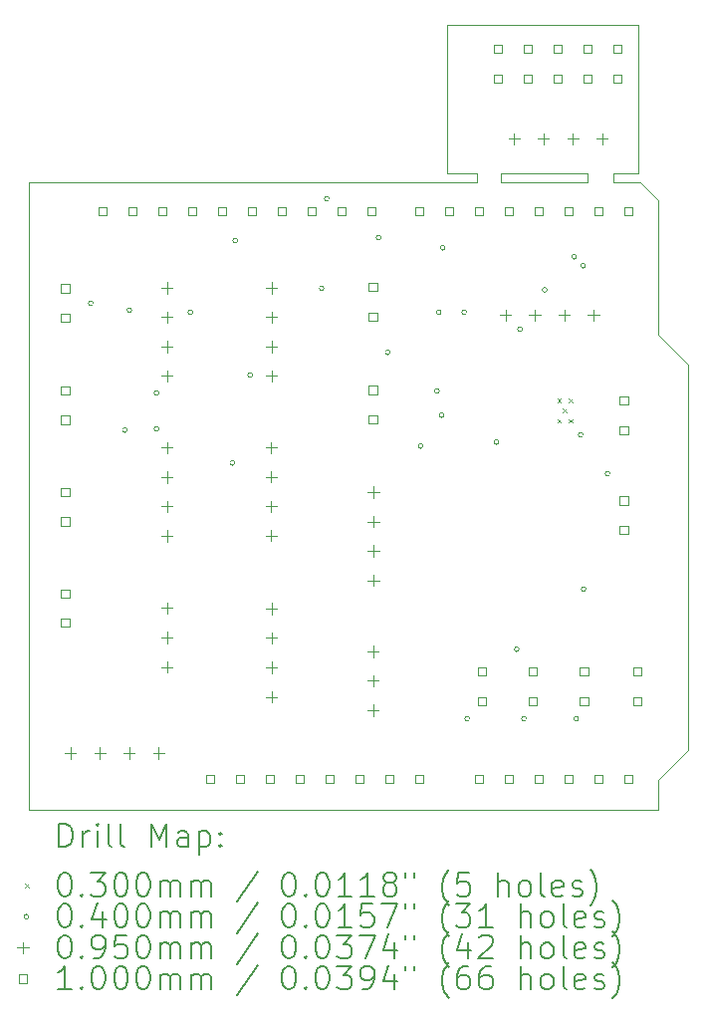
<source format=gbr>
%TF.GenerationSoftware,KiCad,Pcbnew,7.0.7*%
%TF.CreationDate,2024-04-25T01:55:27+02:00*%
%TF.ProjectId,autopcb,6175746f-7063-4622-9e6b-696361645f70,rev?*%
%TF.SameCoordinates,Original*%
%TF.FileFunction,Drillmap*%
%TF.FilePolarity,Positive*%
%FSLAX45Y45*%
G04 Gerber Fmt 4.5, Leading zero omitted, Abs format (unit mm)*
G04 Created by KiCad (PCBNEW 7.0.7) date 2024-04-25 01:55:27*
%MOMM*%
%LPD*%
G01*
G04 APERTURE LIST*
%ADD10C,0.100000*%
%ADD11C,0.200000*%
%ADD12C,0.030000*%
%ADD13C,0.040000*%
%ADD14C,0.095000*%
G04 APERTURE END LIST*
D10*
X16992600Y-8216900D02*
X16992600Y-8293100D01*
X17627600Y-9842500D02*
X17627600Y-13119100D01*
X15582900Y-6959600D02*
X15582900Y-8216900D01*
X16040100Y-8293100D02*
X16040100Y-8216900D01*
X17373600Y-8445500D02*
X17373600Y-9588500D01*
X17627600Y-13119100D02*
X17373600Y-13373100D01*
X16040100Y-8216900D02*
X16776700Y-8216900D01*
X16992600Y-8293100D02*
X17221200Y-8293100D01*
X16776700Y-8293100D02*
X16776700Y-8216900D01*
X15836900Y-8293100D02*
X12026900Y-8293100D01*
X17373600Y-9588500D02*
X17627600Y-9842500D01*
X17373600Y-8445500D02*
X17221200Y-8293100D01*
X17373600Y-13627100D02*
X12585700Y-13627100D01*
X17208500Y-8216900D02*
X16992600Y-8216900D01*
X12026900Y-8293100D02*
X12026900Y-13627100D01*
X17208500Y-6959600D02*
X15582900Y-6959600D01*
X17208500Y-8216900D02*
X17208500Y-6959600D01*
X15836900Y-8216900D02*
X15582900Y-8216900D01*
X12026900Y-13627100D02*
X12585700Y-13627100D01*
X16776700Y-8293100D02*
X16040100Y-8293100D01*
X17373600Y-13373100D02*
X17373600Y-13627100D01*
X15836900Y-8216900D02*
X15836900Y-8293100D01*
D11*
D12*
X16518150Y-10134850D02*
X16548150Y-10164850D01*
X16548150Y-10134850D02*
X16518150Y-10164850D01*
X16518150Y-10306850D02*
X16548150Y-10336850D01*
X16548150Y-10306850D02*
X16518150Y-10336850D01*
X16566150Y-10220850D02*
X16596150Y-10250850D01*
X16596150Y-10220850D02*
X16566150Y-10250850D01*
X16614150Y-10134850D02*
X16644150Y-10164850D01*
X16644150Y-10134850D02*
X16614150Y-10164850D01*
X16614150Y-10306850D02*
X16644150Y-10336850D01*
X16644150Y-10306850D02*
X16614150Y-10336850D01*
D13*
X12570350Y-9323050D02*
G75*
G03*
X12570350Y-9323050I-20000J0D01*
G01*
X12859700Y-10401300D02*
G75*
G03*
X12859700Y-10401300I-20000J0D01*
G01*
X12899900Y-9381550D02*
G75*
G03*
X12899900Y-9381550I-20000J0D01*
G01*
X13129800Y-10084802D02*
G75*
G03*
X13129800Y-10084802I-20000J0D01*
G01*
X13129800Y-10388600D02*
G75*
G03*
X13129800Y-10388600I-20000J0D01*
G01*
X13418500Y-9398000D02*
G75*
G03*
X13418500Y-9398000I-20000J0D01*
G01*
X13774100Y-10680700D02*
G75*
G03*
X13774100Y-10680700I-20000J0D01*
G01*
X13799500Y-8788400D02*
G75*
G03*
X13799500Y-8788400I-20000J0D01*
G01*
X13926500Y-9931400D02*
G75*
G03*
X13926500Y-9931400I-20000J0D01*
G01*
X14533770Y-9196050D02*
G75*
G03*
X14533770Y-9196050I-20000J0D01*
G01*
X14576950Y-8434050D02*
G75*
G03*
X14576950Y-8434050I-20000J0D01*
G01*
X15018700Y-8763000D02*
G75*
G03*
X15018700Y-8763000I-20000J0D01*
G01*
X15094900Y-9740900D02*
G75*
G03*
X15094900Y-9740900I-20000J0D01*
G01*
X15374510Y-10537170D02*
G75*
G03*
X15374510Y-10537170I-20000J0D01*
G01*
X15514210Y-10069810D02*
G75*
G03*
X15514210Y-10069810I-20000J0D01*
G01*
X15529450Y-9399250D02*
G75*
G03*
X15529450Y-9399250I-20000J0D01*
G01*
X15554850Y-10275550D02*
G75*
G03*
X15554850Y-10275550I-20000J0D01*
G01*
X15564800Y-8851900D02*
G75*
G03*
X15564800Y-8851900I-20000J0D01*
G01*
X15745350Y-9399250D02*
G75*
G03*
X15745350Y-9399250I-20000J0D01*
G01*
X15770750Y-12853650D02*
G75*
G03*
X15770750Y-12853650I-20000J0D01*
G01*
X16019670Y-10501610D02*
G75*
G03*
X16019670Y-10501610I-20000J0D01*
G01*
X16192390Y-12264370D02*
G75*
G03*
X16192390Y-12264370I-20000J0D01*
G01*
X16220330Y-9541490D02*
G75*
G03*
X16220330Y-9541490I-20000J0D01*
G01*
X16253350Y-12853650D02*
G75*
G03*
X16253350Y-12853650I-20000J0D01*
G01*
X16431150Y-9208750D02*
G75*
G03*
X16431150Y-9208750I-20000J0D01*
G01*
X16682400Y-8928100D02*
G75*
G03*
X16682400Y-8928100I-20000J0D01*
G01*
X16697850Y-12853650D02*
G75*
G03*
X16697850Y-12853650I-20000J0D01*
G01*
X16735950Y-10440650D02*
G75*
G03*
X16735950Y-10440650I-20000J0D01*
G01*
X16758600Y-9004300D02*
G75*
G03*
X16758600Y-9004300I-20000J0D01*
G01*
X16761350Y-11751290D02*
G75*
G03*
X16761350Y-11751290I-20000J0D01*
G01*
X16964550Y-10770850D02*
G75*
G03*
X16964550Y-10770850I-20000J0D01*
G01*
D14*
X12376950Y-13098250D02*
X12376950Y-13193250D01*
X12329450Y-13145750D02*
X12424450Y-13145750D01*
X12626950Y-13098250D02*
X12626950Y-13193250D01*
X12579450Y-13145750D02*
X12674450Y-13145750D01*
X12876950Y-13098250D02*
X12876950Y-13193250D01*
X12829450Y-13145750D02*
X12924450Y-13145750D01*
X13126950Y-13098250D02*
X13126950Y-13193250D01*
X13079450Y-13145750D02*
X13174450Y-13145750D01*
X13198050Y-9143850D02*
X13198050Y-9238850D01*
X13150550Y-9191350D02*
X13245550Y-9191350D01*
X13198050Y-9393850D02*
X13198050Y-9488850D01*
X13150550Y-9441350D02*
X13245550Y-9441350D01*
X13198050Y-9643850D02*
X13198050Y-9738850D01*
X13150550Y-9691350D02*
X13245550Y-9691350D01*
X13198050Y-9893850D02*
X13198050Y-9988850D01*
X13150550Y-9941350D02*
X13245550Y-9941350D01*
X13198050Y-10502750D02*
X13198050Y-10597750D01*
X13150550Y-10550250D02*
X13245550Y-10550250D01*
X13198050Y-10752750D02*
X13198050Y-10847750D01*
X13150550Y-10800250D02*
X13245550Y-10800250D01*
X13198050Y-11002750D02*
X13198050Y-11097750D01*
X13150550Y-11050250D02*
X13245550Y-11050250D01*
X13198050Y-11252750D02*
X13198050Y-11347750D01*
X13150550Y-11300250D02*
X13245550Y-11300250D01*
X13198050Y-11866350D02*
X13198050Y-11961350D01*
X13150550Y-11913850D02*
X13245550Y-11913850D01*
X13198050Y-12116350D02*
X13198050Y-12211350D01*
X13150550Y-12163850D02*
X13245550Y-12163850D01*
X13198050Y-12366350D02*
X13198050Y-12461350D01*
X13150550Y-12413850D02*
X13245550Y-12413850D01*
X14085350Y-10500750D02*
X14085350Y-10595750D01*
X14037850Y-10548250D02*
X14132850Y-10548250D01*
X14085350Y-10750750D02*
X14085350Y-10845750D01*
X14037850Y-10798250D02*
X14132850Y-10798250D01*
X14085350Y-11000750D02*
X14085350Y-11095750D01*
X14037850Y-11048250D02*
X14132850Y-11048250D01*
X14085350Y-11250750D02*
X14085350Y-11345750D01*
X14037850Y-11298250D02*
X14132850Y-11298250D01*
X14087050Y-9143850D02*
X14087050Y-9238850D01*
X14039550Y-9191350D02*
X14134550Y-9191350D01*
X14087050Y-9393850D02*
X14087050Y-9488850D01*
X14039550Y-9441350D02*
X14134550Y-9441350D01*
X14087050Y-9643850D02*
X14087050Y-9738850D01*
X14039550Y-9691350D02*
X14134550Y-9691350D01*
X14087050Y-9893850D02*
X14087050Y-9988850D01*
X14039550Y-9941350D02*
X14134550Y-9941350D01*
X14087050Y-11870350D02*
X14087050Y-11965350D01*
X14039550Y-11917850D02*
X14134550Y-11917850D01*
X14087050Y-12120350D02*
X14087050Y-12215350D01*
X14039550Y-12167850D02*
X14134550Y-12167850D01*
X14087050Y-12370350D02*
X14087050Y-12465350D01*
X14039550Y-12417850D02*
X14134550Y-12417850D01*
X14087050Y-12620350D02*
X14087050Y-12715350D01*
X14039550Y-12667850D02*
X14134550Y-12667850D01*
X14950650Y-12234650D02*
X14950650Y-12329650D01*
X14903150Y-12282150D02*
X14998150Y-12282150D01*
X14950650Y-12484650D02*
X14950650Y-12579650D01*
X14903150Y-12532150D02*
X14998150Y-12532150D01*
X14950650Y-12734650D02*
X14950650Y-12829650D01*
X14903150Y-12782150D02*
X14998150Y-12782150D01*
X14953850Y-10880150D02*
X14953850Y-10975150D01*
X14906350Y-10927650D02*
X15001350Y-10927650D01*
X14953850Y-11130150D02*
X14953850Y-11225150D01*
X14906350Y-11177650D02*
X15001350Y-11177650D01*
X14953850Y-11380150D02*
X14953850Y-11475150D01*
X14906350Y-11427650D02*
X15001350Y-11427650D01*
X14953850Y-11630150D02*
X14953850Y-11725150D01*
X14906350Y-11677650D02*
X15001350Y-11677650D01*
X16076250Y-9377150D02*
X16076250Y-9472150D01*
X16028750Y-9424650D02*
X16123750Y-9424650D01*
X16149700Y-7877300D02*
X16149700Y-7972300D01*
X16102200Y-7924800D02*
X16197200Y-7924800D01*
X16326250Y-9377150D02*
X16326250Y-9472150D01*
X16278750Y-9424650D02*
X16373750Y-9424650D01*
X16399700Y-7877300D02*
X16399700Y-7972300D01*
X16352200Y-7924800D02*
X16447200Y-7924800D01*
X16576250Y-9377150D02*
X16576250Y-9472150D01*
X16528750Y-9424650D02*
X16623750Y-9424650D01*
X16649700Y-7877300D02*
X16649700Y-7972300D01*
X16602200Y-7924800D02*
X16697200Y-7924800D01*
X16826250Y-9377150D02*
X16826250Y-9472150D01*
X16778750Y-9424650D02*
X16873750Y-9424650D01*
X16899700Y-7877300D02*
X16899700Y-7972300D01*
X16852200Y-7924800D02*
X16947200Y-7924800D01*
D10*
X12368106Y-11824206D02*
X12368106Y-11753494D01*
X12297394Y-11753494D01*
X12297394Y-11824206D01*
X12368106Y-11824206D01*
X12368106Y-12074206D02*
X12368106Y-12003494D01*
X12297394Y-12003494D01*
X12297394Y-12074206D01*
X12368106Y-12074206D01*
X12369806Y-9231406D02*
X12369806Y-9160694D01*
X12299094Y-9160694D01*
X12299094Y-9231406D01*
X12369806Y-9231406D01*
X12369806Y-9481406D02*
X12369806Y-9410694D01*
X12299094Y-9410694D01*
X12299094Y-9481406D01*
X12369806Y-9481406D01*
X12369806Y-10099006D02*
X12369806Y-10028294D01*
X12299094Y-10028294D01*
X12299094Y-10099006D01*
X12369806Y-10099006D01*
X12369806Y-10349006D02*
X12369806Y-10278294D01*
X12299094Y-10278294D01*
X12299094Y-10349006D01*
X12369806Y-10349006D01*
X12369806Y-10962606D02*
X12369806Y-10891894D01*
X12299094Y-10891894D01*
X12299094Y-10962606D01*
X12369806Y-10962606D01*
X12369806Y-11212606D02*
X12369806Y-11141894D01*
X12299094Y-11141894D01*
X12299094Y-11212606D01*
X12369806Y-11212606D01*
X12685166Y-8576086D02*
X12685166Y-8505374D01*
X12614454Y-8505374D01*
X12614454Y-8576086D01*
X12685166Y-8576086D01*
X12939166Y-8576086D02*
X12939166Y-8505374D01*
X12868454Y-8505374D01*
X12868454Y-8576086D01*
X12939166Y-8576086D01*
X13193166Y-8576086D02*
X13193166Y-8505374D01*
X13122454Y-8505374D01*
X13122454Y-8576086D01*
X13193166Y-8576086D01*
X13447166Y-8576086D02*
X13447166Y-8505374D01*
X13376454Y-8505374D01*
X13376454Y-8576086D01*
X13447166Y-8576086D01*
X13599166Y-13402086D02*
X13599166Y-13331374D01*
X13528454Y-13331374D01*
X13528454Y-13402086D01*
X13599166Y-13402086D01*
X13701166Y-8576086D02*
X13701166Y-8505374D01*
X13630454Y-8505374D01*
X13630454Y-8576086D01*
X13701166Y-8576086D01*
X13853166Y-13402086D02*
X13853166Y-13331374D01*
X13782454Y-13331374D01*
X13782454Y-13402086D01*
X13853166Y-13402086D01*
X13955166Y-8576086D02*
X13955166Y-8505374D01*
X13884454Y-8505374D01*
X13884454Y-8576086D01*
X13955166Y-8576086D01*
X14107166Y-13402086D02*
X14107166Y-13331374D01*
X14036454Y-13331374D01*
X14036454Y-13402086D01*
X14107166Y-13402086D01*
X14209166Y-8576086D02*
X14209166Y-8505374D01*
X14138454Y-8505374D01*
X14138454Y-8576086D01*
X14209166Y-8576086D01*
X14361166Y-13402086D02*
X14361166Y-13331374D01*
X14290454Y-13331374D01*
X14290454Y-13402086D01*
X14361166Y-13402086D01*
X14463166Y-8576086D02*
X14463166Y-8505374D01*
X14392454Y-8505374D01*
X14392454Y-8576086D01*
X14463166Y-8576086D01*
X14615166Y-13402086D02*
X14615166Y-13331374D01*
X14544454Y-13331374D01*
X14544454Y-13402086D01*
X14615166Y-13402086D01*
X14717166Y-8576086D02*
X14717166Y-8505374D01*
X14646454Y-8505374D01*
X14646454Y-8576086D01*
X14717166Y-8576086D01*
X14869166Y-13402086D02*
X14869166Y-13331374D01*
X14798454Y-13331374D01*
X14798454Y-13402086D01*
X14869166Y-13402086D01*
X14971166Y-8576086D02*
X14971166Y-8505374D01*
X14900454Y-8505374D01*
X14900454Y-8576086D01*
X14971166Y-8576086D01*
X14984306Y-9220706D02*
X14984306Y-9149994D01*
X14913594Y-9149994D01*
X14913594Y-9220706D01*
X14984306Y-9220706D01*
X14984306Y-9470706D02*
X14984306Y-9399994D01*
X14913594Y-9399994D01*
X14913594Y-9470706D01*
X14984306Y-9470706D01*
X14986006Y-10095006D02*
X14986006Y-10024294D01*
X14915294Y-10024294D01*
X14915294Y-10095006D01*
X14986006Y-10095006D01*
X14986006Y-10345006D02*
X14986006Y-10274294D01*
X14915294Y-10274294D01*
X14915294Y-10345006D01*
X14986006Y-10345006D01*
X15123166Y-13402086D02*
X15123166Y-13331374D01*
X15052454Y-13331374D01*
X15052454Y-13402086D01*
X15123166Y-13402086D01*
X15377166Y-8576086D02*
X15377166Y-8505374D01*
X15306454Y-8505374D01*
X15306454Y-8576086D01*
X15377166Y-8576086D01*
X15377166Y-13402086D02*
X15377166Y-13331374D01*
X15306454Y-13331374D01*
X15306454Y-13402086D01*
X15377166Y-13402086D01*
X15631166Y-8576086D02*
X15631166Y-8505374D01*
X15560454Y-8505374D01*
X15560454Y-8576086D01*
X15631166Y-8576086D01*
X15885166Y-8576086D02*
X15885166Y-8505374D01*
X15814454Y-8505374D01*
X15814454Y-8576086D01*
X15885166Y-8576086D01*
X15885166Y-13402086D02*
X15885166Y-13331374D01*
X15814454Y-13331374D01*
X15814454Y-13402086D01*
X15885166Y-13402086D01*
X15913106Y-12489806D02*
X15913106Y-12419094D01*
X15842394Y-12419094D01*
X15842394Y-12489806D01*
X15913106Y-12489806D01*
X15913106Y-12743806D02*
X15913106Y-12673094D01*
X15842394Y-12673094D01*
X15842394Y-12743806D01*
X15913106Y-12743806D01*
X16050056Y-7198156D02*
X16050056Y-7127444D01*
X15979344Y-7127444D01*
X15979344Y-7198156D01*
X16050056Y-7198156D01*
X16050056Y-7452156D02*
X16050056Y-7381444D01*
X15979344Y-7381444D01*
X15979344Y-7452156D01*
X16050056Y-7452156D01*
X16139166Y-8576086D02*
X16139166Y-8505374D01*
X16068454Y-8505374D01*
X16068454Y-8576086D01*
X16139166Y-8576086D01*
X16139166Y-13402086D02*
X16139166Y-13331374D01*
X16068454Y-13331374D01*
X16068454Y-13402086D01*
X16139166Y-13402086D01*
X16304056Y-7198156D02*
X16304056Y-7127444D01*
X16233344Y-7127444D01*
X16233344Y-7198156D01*
X16304056Y-7198156D01*
X16304056Y-7452156D02*
X16304056Y-7381444D01*
X16233344Y-7381444D01*
X16233344Y-7452156D01*
X16304056Y-7452156D01*
X16344906Y-12489806D02*
X16344906Y-12419094D01*
X16274194Y-12419094D01*
X16274194Y-12489806D01*
X16344906Y-12489806D01*
X16344906Y-12743806D02*
X16344906Y-12673094D01*
X16274194Y-12673094D01*
X16274194Y-12743806D01*
X16344906Y-12743806D01*
X16393166Y-8576086D02*
X16393166Y-8505374D01*
X16322454Y-8505374D01*
X16322454Y-8576086D01*
X16393166Y-8576086D01*
X16393166Y-13402086D02*
X16393166Y-13331374D01*
X16322454Y-13331374D01*
X16322454Y-13402086D01*
X16393166Y-13402086D01*
X16558056Y-7198156D02*
X16558056Y-7127444D01*
X16487344Y-7127444D01*
X16487344Y-7198156D01*
X16558056Y-7198156D01*
X16558056Y-7452156D02*
X16558056Y-7381444D01*
X16487344Y-7381444D01*
X16487344Y-7452156D01*
X16558056Y-7452156D01*
X16647166Y-8576086D02*
X16647166Y-8505374D01*
X16576454Y-8505374D01*
X16576454Y-8576086D01*
X16647166Y-8576086D01*
X16647166Y-13402086D02*
X16647166Y-13331374D01*
X16576454Y-13331374D01*
X16576454Y-13402086D01*
X16647166Y-13402086D01*
X16781606Y-12489806D02*
X16781606Y-12419094D01*
X16710894Y-12419094D01*
X16710894Y-12489806D01*
X16781606Y-12489806D01*
X16781606Y-12743806D02*
X16781606Y-12673094D01*
X16710894Y-12673094D01*
X16710894Y-12743806D01*
X16781606Y-12743806D01*
X16812056Y-7198156D02*
X16812056Y-7127444D01*
X16741344Y-7127444D01*
X16741344Y-7198156D01*
X16812056Y-7198156D01*
X16812056Y-7452156D02*
X16812056Y-7381444D01*
X16741344Y-7381444D01*
X16741344Y-7452156D01*
X16812056Y-7452156D01*
X16901166Y-8576086D02*
X16901166Y-8505374D01*
X16830454Y-8505374D01*
X16830454Y-8576086D01*
X16901166Y-8576086D01*
X16901166Y-13402086D02*
X16901166Y-13331374D01*
X16830454Y-13331374D01*
X16830454Y-13402086D01*
X16901166Y-13402086D01*
X17066056Y-7198156D02*
X17066056Y-7127444D01*
X16995344Y-7127444D01*
X16995344Y-7198156D01*
X17066056Y-7198156D01*
X17066056Y-7452156D02*
X17066056Y-7381444D01*
X16995344Y-7381444D01*
X16995344Y-7452156D01*
X17066056Y-7452156D01*
X17119606Y-10185906D02*
X17119606Y-10115194D01*
X17048894Y-10115194D01*
X17048894Y-10185906D01*
X17119606Y-10185906D01*
X17119606Y-10435906D02*
X17119606Y-10365194D01*
X17048894Y-10365194D01*
X17048894Y-10435906D01*
X17119606Y-10435906D01*
X17119606Y-11034806D02*
X17119606Y-10964094D01*
X17048894Y-10964094D01*
X17048894Y-11034806D01*
X17119606Y-11034806D01*
X17119606Y-11284806D02*
X17119606Y-11214094D01*
X17048894Y-11214094D01*
X17048894Y-11284806D01*
X17119606Y-11284806D01*
X17155166Y-8576086D02*
X17155166Y-8505374D01*
X17084454Y-8505374D01*
X17084454Y-8576086D01*
X17155166Y-8576086D01*
X17155166Y-13402086D02*
X17155166Y-13331374D01*
X17084454Y-13331374D01*
X17084454Y-13402086D01*
X17155166Y-13402086D01*
X17233906Y-12489306D02*
X17233906Y-12418594D01*
X17163194Y-12418594D01*
X17163194Y-12489306D01*
X17233906Y-12489306D01*
X17233906Y-12743306D02*
X17233906Y-12672594D01*
X17163194Y-12672594D01*
X17163194Y-12743306D01*
X17233906Y-12743306D01*
D11*
X12282677Y-13943584D02*
X12282677Y-13743584D01*
X12282677Y-13743584D02*
X12330296Y-13743584D01*
X12330296Y-13743584D02*
X12358867Y-13753108D01*
X12358867Y-13753108D02*
X12377915Y-13772155D01*
X12377915Y-13772155D02*
X12387439Y-13791203D01*
X12387439Y-13791203D02*
X12396962Y-13829298D01*
X12396962Y-13829298D02*
X12396962Y-13857869D01*
X12396962Y-13857869D02*
X12387439Y-13895965D01*
X12387439Y-13895965D02*
X12377915Y-13915012D01*
X12377915Y-13915012D02*
X12358867Y-13934060D01*
X12358867Y-13934060D02*
X12330296Y-13943584D01*
X12330296Y-13943584D02*
X12282677Y-13943584D01*
X12482677Y-13943584D02*
X12482677Y-13810250D01*
X12482677Y-13848346D02*
X12492201Y-13829298D01*
X12492201Y-13829298D02*
X12501724Y-13819774D01*
X12501724Y-13819774D02*
X12520772Y-13810250D01*
X12520772Y-13810250D02*
X12539820Y-13810250D01*
X12606486Y-13943584D02*
X12606486Y-13810250D01*
X12606486Y-13743584D02*
X12596962Y-13753108D01*
X12596962Y-13753108D02*
X12606486Y-13762631D01*
X12606486Y-13762631D02*
X12616010Y-13753108D01*
X12616010Y-13753108D02*
X12606486Y-13743584D01*
X12606486Y-13743584D02*
X12606486Y-13762631D01*
X12730296Y-13943584D02*
X12711248Y-13934060D01*
X12711248Y-13934060D02*
X12701724Y-13915012D01*
X12701724Y-13915012D02*
X12701724Y-13743584D01*
X12835058Y-13943584D02*
X12816010Y-13934060D01*
X12816010Y-13934060D02*
X12806486Y-13915012D01*
X12806486Y-13915012D02*
X12806486Y-13743584D01*
X13063629Y-13943584D02*
X13063629Y-13743584D01*
X13063629Y-13743584D02*
X13130296Y-13886441D01*
X13130296Y-13886441D02*
X13196962Y-13743584D01*
X13196962Y-13743584D02*
X13196962Y-13943584D01*
X13377915Y-13943584D02*
X13377915Y-13838822D01*
X13377915Y-13838822D02*
X13368391Y-13819774D01*
X13368391Y-13819774D02*
X13349343Y-13810250D01*
X13349343Y-13810250D02*
X13311248Y-13810250D01*
X13311248Y-13810250D02*
X13292201Y-13819774D01*
X13377915Y-13934060D02*
X13358867Y-13943584D01*
X13358867Y-13943584D02*
X13311248Y-13943584D01*
X13311248Y-13943584D02*
X13292201Y-13934060D01*
X13292201Y-13934060D02*
X13282677Y-13915012D01*
X13282677Y-13915012D02*
X13282677Y-13895965D01*
X13282677Y-13895965D02*
X13292201Y-13876917D01*
X13292201Y-13876917D02*
X13311248Y-13867393D01*
X13311248Y-13867393D02*
X13358867Y-13867393D01*
X13358867Y-13867393D02*
X13377915Y-13857869D01*
X13473153Y-13810250D02*
X13473153Y-14010250D01*
X13473153Y-13819774D02*
X13492201Y-13810250D01*
X13492201Y-13810250D02*
X13530296Y-13810250D01*
X13530296Y-13810250D02*
X13549343Y-13819774D01*
X13549343Y-13819774D02*
X13558867Y-13829298D01*
X13558867Y-13829298D02*
X13568391Y-13848346D01*
X13568391Y-13848346D02*
X13568391Y-13905488D01*
X13568391Y-13905488D02*
X13558867Y-13924536D01*
X13558867Y-13924536D02*
X13549343Y-13934060D01*
X13549343Y-13934060D02*
X13530296Y-13943584D01*
X13530296Y-13943584D02*
X13492201Y-13943584D01*
X13492201Y-13943584D02*
X13473153Y-13934060D01*
X13654105Y-13924536D02*
X13663629Y-13934060D01*
X13663629Y-13934060D02*
X13654105Y-13943584D01*
X13654105Y-13943584D02*
X13644582Y-13934060D01*
X13644582Y-13934060D02*
X13654105Y-13924536D01*
X13654105Y-13924536D02*
X13654105Y-13943584D01*
X13654105Y-13819774D02*
X13663629Y-13829298D01*
X13663629Y-13829298D02*
X13654105Y-13838822D01*
X13654105Y-13838822D02*
X13644582Y-13829298D01*
X13644582Y-13829298D02*
X13654105Y-13819774D01*
X13654105Y-13819774D02*
X13654105Y-13838822D01*
D12*
X11991900Y-14257100D02*
X12021900Y-14287100D01*
X12021900Y-14257100D02*
X11991900Y-14287100D01*
D11*
X12320772Y-14163584D02*
X12339820Y-14163584D01*
X12339820Y-14163584D02*
X12358867Y-14173108D01*
X12358867Y-14173108D02*
X12368391Y-14182631D01*
X12368391Y-14182631D02*
X12377915Y-14201679D01*
X12377915Y-14201679D02*
X12387439Y-14239774D01*
X12387439Y-14239774D02*
X12387439Y-14287393D01*
X12387439Y-14287393D02*
X12377915Y-14325488D01*
X12377915Y-14325488D02*
X12368391Y-14344536D01*
X12368391Y-14344536D02*
X12358867Y-14354060D01*
X12358867Y-14354060D02*
X12339820Y-14363584D01*
X12339820Y-14363584D02*
X12320772Y-14363584D01*
X12320772Y-14363584D02*
X12301724Y-14354060D01*
X12301724Y-14354060D02*
X12292201Y-14344536D01*
X12292201Y-14344536D02*
X12282677Y-14325488D01*
X12282677Y-14325488D02*
X12273153Y-14287393D01*
X12273153Y-14287393D02*
X12273153Y-14239774D01*
X12273153Y-14239774D02*
X12282677Y-14201679D01*
X12282677Y-14201679D02*
X12292201Y-14182631D01*
X12292201Y-14182631D02*
X12301724Y-14173108D01*
X12301724Y-14173108D02*
X12320772Y-14163584D01*
X12473153Y-14344536D02*
X12482677Y-14354060D01*
X12482677Y-14354060D02*
X12473153Y-14363584D01*
X12473153Y-14363584D02*
X12463629Y-14354060D01*
X12463629Y-14354060D02*
X12473153Y-14344536D01*
X12473153Y-14344536D02*
X12473153Y-14363584D01*
X12549343Y-14163584D02*
X12673153Y-14163584D01*
X12673153Y-14163584D02*
X12606486Y-14239774D01*
X12606486Y-14239774D02*
X12635058Y-14239774D01*
X12635058Y-14239774D02*
X12654105Y-14249298D01*
X12654105Y-14249298D02*
X12663629Y-14258822D01*
X12663629Y-14258822D02*
X12673153Y-14277869D01*
X12673153Y-14277869D02*
X12673153Y-14325488D01*
X12673153Y-14325488D02*
X12663629Y-14344536D01*
X12663629Y-14344536D02*
X12654105Y-14354060D01*
X12654105Y-14354060D02*
X12635058Y-14363584D01*
X12635058Y-14363584D02*
X12577915Y-14363584D01*
X12577915Y-14363584D02*
X12558867Y-14354060D01*
X12558867Y-14354060D02*
X12549343Y-14344536D01*
X12796962Y-14163584D02*
X12816010Y-14163584D01*
X12816010Y-14163584D02*
X12835058Y-14173108D01*
X12835058Y-14173108D02*
X12844582Y-14182631D01*
X12844582Y-14182631D02*
X12854105Y-14201679D01*
X12854105Y-14201679D02*
X12863629Y-14239774D01*
X12863629Y-14239774D02*
X12863629Y-14287393D01*
X12863629Y-14287393D02*
X12854105Y-14325488D01*
X12854105Y-14325488D02*
X12844582Y-14344536D01*
X12844582Y-14344536D02*
X12835058Y-14354060D01*
X12835058Y-14354060D02*
X12816010Y-14363584D01*
X12816010Y-14363584D02*
X12796962Y-14363584D01*
X12796962Y-14363584D02*
X12777915Y-14354060D01*
X12777915Y-14354060D02*
X12768391Y-14344536D01*
X12768391Y-14344536D02*
X12758867Y-14325488D01*
X12758867Y-14325488D02*
X12749343Y-14287393D01*
X12749343Y-14287393D02*
X12749343Y-14239774D01*
X12749343Y-14239774D02*
X12758867Y-14201679D01*
X12758867Y-14201679D02*
X12768391Y-14182631D01*
X12768391Y-14182631D02*
X12777915Y-14173108D01*
X12777915Y-14173108D02*
X12796962Y-14163584D01*
X12987439Y-14163584D02*
X13006486Y-14163584D01*
X13006486Y-14163584D02*
X13025534Y-14173108D01*
X13025534Y-14173108D02*
X13035058Y-14182631D01*
X13035058Y-14182631D02*
X13044582Y-14201679D01*
X13044582Y-14201679D02*
X13054105Y-14239774D01*
X13054105Y-14239774D02*
X13054105Y-14287393D01*
X13054105Y-14287393D02*
X13044582Y-14325488D01*
X13044582Y-14325488D02*
X13035058Y-14344536D01*
X13035058Y-14344536D02*
X13025534Y-14354060D01*
X13025534Y-14354060D02*
X13006486Y-14363584D01*
X13006486Y-14363584D02*
X12987439Y-14363584D01*
X12987439Y-14363584D02*
X12968391Y-14354060D01*
X12968391Y-14354060D02*
X12958867Y-14344536D01*
X12958867Y-14344536D02*
X12949343Y-14325488D01*
X12949343Y-14325488D02*
X12939820Y-14287393D01*
X12939820Y-14287393D02*
X12939820Y-14239774D01*
X12939820Y-14239774D02*
X12949343Y-14201679D01*
X12949343Y-14201679D02*
X12958867Y-14182631D01*
X12958867Y-14182631D02*
X12968391Y-14173108D01*
X12968391Y-14173108D02*
X12987439Y-14163584D01*
X13139820Y-14363584D02*
X13139820Y-14230250D01*
X13139820Y-14249298D02*
X13149343Y-14239774D01*
X13149343Y-14239774D02*
X13168391Y-14230250D01*
X13168391Y-14230250D02*
X13196963Y-14230250D01*
X13196963Y-14230250D02*
X13216010Y-14239774D01*
X13216010Y-14239774D02*
X13225534Y-14258822D01*
X13225534Y-14258822D02*
X13225534Y-14363584D01*
X13225534Y-14258822D02*
X13235058Y-14239774D01*
X13235058Y-14239774D02*
X13254105Y-14230250D01*
X13254105Y-14230250D02*
X13282677Y-14230250D01*
X13282677Y-14230250D02*
X13301724Y-14239774D01*
X13301724Y-14239774D02*
X13311248Y-14258822D01*
X13311248Y-14258822D02*
X13311248Y-14363584D01*
X13406486Y-14363584D02*
X13406486Y-14230250D01*
X13406486Y-14249298D02*
X13416010Y-14239774D01*
X13416010Y-14239774D02*
X13435058Y-14230250D01*
X13435058Y-14230250D02*
X13463629Y-14230250D01*
X13463629Y-14230250D02*
X13482677Y-14239774D01*
X13482677Y-14239774D02*
X13492201Y-14258822D01*
X13492201Y-14258822D02*
X13492201Y-14363584D01*
X13492201Y-14258822D02*
X13501724Y-14239774D01*
X13501724Y-14239774D02*
X13520772Y-14230250D01*
X13520772Y-14230250D02*
X13549343Y-14230250D01*
X13549343Y-14230250D02*
X13568391Y-14239774D01*
X13568391Y-14239774D02*
X13577915Y-14258822D01*
X13577915Y-14258822D02*
X13577915Y-14363584D01*
X13968391Y-14154060D02*
X13796963Y-14411203D01*
X14225534Y-14163584D02*
X14244582Y-14163584D01*
X14244582Y-14163584D02*
X14263629Y-14173108D01*
X14263629Y-14173108D02*
X14273153Y-14182631D01*
X14273153Y-14182631D02*
X14282677Y-14201679D01*
X14282677Y-14201679D02*
X14292201Y-14239774D01*
X14292201Y-14239774D02*
X14292201Y-14287393D01*
X14292201Y-14287393D02*
X14282677Y-14325488D01*
X14282677Y-14325488D02*
X14273153Y-14344536D01*
X14273153Y-14344536D02*
X14263629Y-14354060D01*
X14263629Y-14354060D02*
X14244582Y-14363584D01*
X14244582Y-14363584D02*
X14225534Y-14363584D01*
X14225534Y-14363584D02*
X14206486Y-14354060D01*
X14206486Y-14354060D02*
X14196963Y-14344536D01*
X14196963Y-14344536D02*
X14187439Y-14325488D01*
X14187439Y-14325488D02*
X14177915Y-14287393D01*
X14177915Y-14287393D02*
X14177915Y-14239774D01*
X14177915Y-14239774D02*
X14187439Y-14201679D01*
X14187439Y-14201679D02*
X14196963Y-14182631D01*
X14196963Y-14182631D02*
X14206486Y-14173108D01*
X14206486Y-14173108D02*
X14225534Y-14163584D01*
X14377915Y-14344536D02*
X14387439Y-14354060D01*
X14387439Y-14354060D02*
X14377915Y-14363584D01*
X14377915Y-14363584D02*
X14368391Y-14354060D01*
X14368391Y-14354060D02*
X14377915Y-14344536D01*
X14377915Y-14344536D02*
X14377915Y-14363584D01*
X14511248Y-14163584D02*
X14530296Y-14163584D01*
X14530296Y-14163584D02*
X14549344Y-14173108D01*
X14549344Y-14173108D02*
X14558867Y-14182631D01*
X14558867Y-14182631D02*
X14568391Y-14201679D01*
X14568391Y-14201679D02*
X14577915Y-14239774D01*
X14577915Y-14239774D02*
X14577915Y-14287393D01*
X14577915Y-14287393D02*
X14568391Y-14325488D01*
X14568391Y-14325488D02*
X14558867Y-14344536D01*
X14558867Y-14344536D02*
X14549344Y-14354060D01*
X14549344Y-14354060D02*
X14530296Y-14363584D01*
X14530296Y-14363584D02*
X14511248Y-14363584D01*
X14511248Y-14363584D02*
X14492201Y-14354060D01*
X14492201Y-14354060D02*
X14482677Y-14344536D01*
X14482677Y-14344536D02*
X14473153Y-14325488D01*
X14473153Y-14325488D02*
X14463629Y-14287393D01*
X14463629Y-14287393D02*
X14463629Y-14239774D01*
X14463629Y-14239774D02*
X14473153Y-14201679D01*
X14473153Y-14201679D02*
X14482677Y-14182631D01*
X14482677Y-14182631D02*
X14492201Y-14173108D01*
X14492201Y-14173108D02*
X14511248Y-14163584D01*
X14768391Y-14363584D02*
X14654106Y-14363584D01*
X14711248Y-14363584D02*
X14711248Y-14163584D01*
X14711248Y-14163584D02*
X14692201Y-14192155D01*
X14692201Y-14192155D02*
X14673153Y-14211203D01*
X14673153Y-14211203D02*
X14654106Y-14220727D01*
X14958867Y-14363584D02*
X14844582Y-14363584D01*
X14901725Y-14363584D02*
X14901725Y-14163584D01*
X14901725Y-14163584D02*
X14882677Y-14192155D01*
X14882677Y-14192155D02*
X14863629Y-14211203D01*
X14863629Y-14211203D02*
X14844582Y-14220727D01*
X15073153Y-14249298D02*
X15054106Y-14239774D01*
X15054106Y-14239774D02*
X15044582Y-14230250D01*
X15044582Y-14230250D02*
X15035058Y-14211203D01*
X15035058Y-14211203D02*
X15035058Y-14201679D01*
X15035058Y-14201679D02*
X15044582Y-14182631D01*
X15044582Y-14182631D02*
X15054106Y-14173108D01*
X15054106Y-14173108D02*
X15073153Y-14163584D01*
X15073153Y-14163584D02*
X15111248Y-14163584D01*
X15111248Y-14163584D02*
X15130296Y-14173108D01*
X15130296Y-14173108D02*
X15139820Y-14182631D01*
X15139820Y-14182631D02*
X15149344Y-14201679D01*
X15149344Y-14201679D02*
X15149344Y-14211203D01*
X15149344Y-14211203D02*
X15139820Y-14230250D01*
X15139820Y-14230250D02*
X15130296Y-14239774D01*
X15130296Y-14239774D02*
X15111248Y-14249298D01*
X15111248Y-14249298D02*
X15073153Y-14249298D01*
X15073153Y-14249298D02*
X15054106Y-14258822D01*
X15054106Y-14258822D02*
X15044582Y-14268346D01*
X15044582Y-14268346D02*
X15035058Y-14287393D01*
X15035058Y-14287393D02*
X15035058Y-14325488D01*
X15035058Y-14325488D02*
X15044582Y-14344536D01*
X15044582Y-14344536D02*
X15054106Y-14354060D01*
X15054106Y-14354060D02*
X15073153Y-14363584D01*
X15073153Y-14363584D02*
X15111248Y-14363584D01*
X15111248Y-14363584D02*
X15130296Y-14354060D01*
X15130296Y-14354060D02*
X15139820Y-14344536D01*
X15139820Y-14344536D02*
X15149344Y-14325488D01*
X15149344Y-14325488D02*
X15149344Y-14287393D01*
X15149344Y-14287393D02*
X15139820Y-14268346D01*
X15139820Y-14268346D02*
X15130296Y-14258822D01*
X15130296Y-14258822D02*
X15111248Y-14249298D01*
X15225534Y-14163584D02*
X15225534Y-14201679D01*
X15301725Y-14163584D02*
X15301725Y-14201679D01*
X15596963Y-14439774D02*
X15587439Y-14430250D01*
X15587439Y-14430250D02*
X15568391Y-14401679D01*
X15568391Y-14401679D02*
X15558868Y-14382631D01*
X15558868Y-14382631D02*
X15549344Y-14354060D01*
X15549344Y-14354060D02*
X15539820Y-14306441D01*
X15539820Y-14306441D02*
X15539820Y-14268346D01*
X15539820Y-14268346D02*
X15549344Y-14220727D01*
X15549344Y-14220727D02*
X15558868Y-14192155D01*
X15558868Y-14192155D02*
X15568391Y-14173108D01*
X15568391Y-14173108D02*
X15587439Y-14144536D01*
X15587439Y-14144536D02*
X15596963Y-14135012D01*
X15768391Y-14163584D02*
X15673153Y-14163584D01*
X15673153Y-14163584D02*
X15663629Y-14258822D01*
X15663629Y-14258822D02*
X15673153Y-14249298D01*
X15673153Y-14249298D02*
X15692201Y-14239774D01*
X15692201Y-14239774D02*
X15739820Y-14239774D01*
X15739820Y-14239774D02*
X15758868Y-14249298D01*
X15758868Y-14249298D02*
X15768391Y-14258822D01*
X15768391Y-14258822D02*
X15777915Y-14277869D01*
X15777915Y-14277869D02*
X15777915Y-14325488D01*
X15777915Y-14325488D02*
X15768391Y-14344536D01*
X15768391Y-14344536D02*
X15758868Y-14354060D01*
X15758868Y-14354060D02*
X15739820Y-14363584D01*
X15739820Y-14363584D02*
X15692201Y-14363584D01*
X15692201Y-14363584D02*
X15673153Y-14354060D01*
X15673153Y-14354060D02*
X15663629Y-14344536D01*
X16016010Y-14363584D02*
X16016010Y-14163584D01*
X16101725Y-14363584D02*
X16101725Y-14258822D01*
X16101725Y-14258822D02*
X16092201Y-14239774D01*
X16092201Y-14239774D02*
X16073153Y-14230250D01*
X16073153Y-14230250D02*
X16044582Y-14230250D01*
X16044582Y-14230250D02*
X16025534Y-14239774D01*
X16025534Y-14239774D02*
X16016010Y-14249298D01*
X16225534Y-14363584D02*
X16206487Y-14354060D01*
X16206487Y-14354060D02*
X16196963Y-14344536D01*
X16196963Y-14344536D02*
X16187439Y-14325488D01*
X16187439Y-14325488D02*
X16187439Y-14268346D01*
X16187439Y-14268346D02*
X16196963Y-14249298D01*
X16196963Y-14249298D02*
X16206487Y-14239774D01*
X16206487Y-14239774D02*
X16225534Y-14230250D01*
X16225534Y-14230250D02*
X16254106Y-14230250D01*
X16254106Y-14230250D02*
X16273153Y-14239774D01*
X16273153Y-14239774D02*
X16282677Y-14249298D01*
X16282677Y-14249298D02*
X16292201Y-14268346D01*
X16292201Y-14268346D02*
X16292201Y-14325488D01*
X16292201Y-14325488D02*
X16282677Y-14344536D01*
X16282677Y-14344536D02*
X16273153Y-14354060D01*
X16273153Y-14354060D02*
X16254106Y-14363584D01*
X16254106Y-14363584D02*
X16225534Y-14363584D01*
X16406487Y-14363584D02*
X16387439Y-14354060D01*
X16387439Y-14354060D02*
X16377915Y-14335012D01*
X16377915Y-14335012D02*
X16377915Y-14163584D01*
X16558868Y-14354060D02*
X16539820Y-14363584D01*
X16539820Y-14363584D02*
X16501725Y-14363584D01*
X16501725Y-14363584D02*
X16482677Y-14354060D01*
X16482677Y-14354060D02*
X16473153Y-14335012D01*
X16473153Y-14335012D02*
X16473153Y-14258822D01*
X16473153Y-14258822D02*
X16482677Y-14239774D01*
X16482677Y-14239774D02*
X16501725Y-14230250D01*
X16501725Y-14230250D02*
X16539820Y-14230250D01*
X16539820Y-14230250D02*
X16558868Y-14239774D01*
X16558868Y-14239774D02*
X16568391Y-14258822D01*
X16568391Y-14258822D02*
X16568391Y-14277869D01*
X16568391Y-14277869D02*
X16473153Y-14296917D01*
X16644582Y-14354060D02*
X16663630Y-14363584D01*
X16663630Y-14363584D02*
X16701725Y-14363584D01*
X16701725Y-14363584D02*
X16720772Y-14354060D01*
X16720772Y-14354060D02*
X16730296Y-14335012D01*
X16730296Y-14335012D02*
X16730296Y-14325488D01*
X16730296Y-14325488D02*
X16720772Y-14306441D01*
X16720772Y-14306441D02*
X16701725Y-14296917D01*
X16701725Y-14296917D02*
X16673153Y-14296917D01*
X16673153Y-14296917D02*
X16654106Y-14287393D01*
X16654106Y-14287393D02*
X16644582Y-14268346D01*
X16644582Y-14268346D02*
X16644582Y-14258822D01*
X16644582Y-14258822D02*
X16654106Y-14239774D01*
X16654106Y-14239774D02*
X16673153Y-14230250D01*
X16673153Y-14230250D02*
X16701725Y-14230250D01*
X16701725Y-14230250D02*
X16720772Y-14239774D01*
X16796963Y-14439774D02*
X16806487Y-14430250D01*
X16806487Y-14430250D02*
X16825534Y-14401679D01*
X16825534Y-14401679D02*
X16835058Y-14382631D01*
X16835058Y-14382631D02*
X16844582Y-14354060D01*
X16844582Y-14354060D02*
X16854106Y-14306441D01*
X16854106Y-14306441D02*
X16854106Y-14268346D01*
X16854106Y-14268346D02*
X16844582Y-14220727D01*
X16844582Y-14220727D02*
X16835058Y-14192155D01*
X16835058Y-14192155D02*
X16825534Y-14173108D01*
X16825534Y-14173108D02*
X16806487Y-14144536D01*
X16806487Y-14144536D02*
X16796963Y-14135012D01*
D13*
X12021900Y-14536100D02*
G75*
G03*
X12021900Y-14536100I-20000J0D01*
G01*
D11*
X12320772Y-14427584D02*
X12339820Y-14427584D01*
X12339820Y-14427584D02*
X12358867Y-14437108D01*
X12358867Y-14437108D02*
X12368391Y-14446631D01*
X12368391Y-14446631D02*
X12377915Y-14465679D01*
X12377915Y-14465679D02*
X12387439Y-14503774D01*
X12387439Y-14503774D02*
X12387439Y-14551393D01*
X12387439Y-14551393D02*
X12377915Y-14589488D01*
X12377915Y-14589488D02*
X12368391Y-14608536D01*
X12368391Y-14608536D02*
X12358867Y-14618060D01*
X12358867Y-14618060D02*
X12339820Y-14627584D01*
X12339820Y-14627584D02*
X12320772Y-14627584D01*
X12320772Y-14627584D02*
X12301724Y-14618060D01*
X12301724Y-14618060D02*
X12292201Y-14608536D01*
X12292201Y-14608536D02*
X12282677Y-14589488D01*
X12282677Y-14589488D02*
X12273153Y-14551393D01*
X12273153Y-14551393D02*
X12273153Y-14503774D01*
X12273153Y-14503774D02*
X12282677Y-14465679D01*
X12282677Y-14465679D02*
X12292201Y-14446631D01*
X12292201Y-14446631D02*
X12301724Y-14437108D01*
X12301724Y-14437108D02*
X12320772Y-14427584D01*
X12473153Y-14608536D02*
X12482677Y-14618060D01*
X12482677Y-14618060D02*
X12473153Y-14627584D01*
X12473153Y-14627584D02*
X12463629Y-14618060D01*
X12463629Y-14618060D02*
X12473153Y-14608536D01*
X12473153Y-14608536D02*
X12473153Y-14627584D01*
X12654105Y-14494250D02*
X12654105Y-14627584D01*
X12606486Y-14418060D02*
X12558867Y-14560917D01*
X12558867Y-14560917D02*
X12682677Y-14560917D01*
X12796962Y-14427584D02*
X12816010Y-14427584D01*
X12816010Y-14427584D02*
X12835058Y-14437108D01*
X12835058Y-14437108D02*
X12844582Y-14446631D01*
X12844582Y-14446631D02*
X12854105Y-14465679D01*
X12854105Y-14465679D02*
X12863629Y-14503774D01*
X12863629Y-14503774D02*
X12863629Y-14551393D01*
X12863629Y-14551393D02*
X12854105Y-14589488D01*
X12854105Y-14589488D02*
X12844582Y-14608536D01*
X12844582Y-14608536D02*
X12835058Y-14618060D01*
X12835058Y-14618060D02*
X12816010Y-14627584D01*
X12816010Y-14627584D02*
X12796962Y-14627584D01*
X12796962Y-14627584D02*
X12777915Y-14618060D01*
X12777915Y-14618060D02*
X12768391Y-14608536D01*
X12768391Y-14608536D02*
X12758867Y-14589488D01*
X12758867Y-14589488D02*
X12749343Y-14551393D01*
X12749343Y-14551393D02*
X12749343Y-14503774D01*
X12749343Y-14503774D02*
X12758867Y-14465679D01*
X12758867Y-14465679D02*
X12768391Y-14446631D01*
X12768391Y-14446631D02*
X12777915Y-14437108D01*
X12777915Y-14437108D02*
X12796962Y-14427584D01*
X12987439Y-14427584D02*
X13006486Y-14427584D01*
X13006486Y-14427584D02*
X13025534Y-14437108D01*
X13025534Y-14437108D02*
X13035058Y-14446631D01*
X13035058Y-14446631D02*
X13044582Y-14465679D01*
X13044582Y-14465679D02*
X13054105Y-14503774D01*
X13054105Y-14503774D02*
X13054105Y-14551393D01*
X13054105Y-14551393D02*
X13044582Y-14589488D01*
X13044582Y-14589488D02*
X13035058Y-14608536D01*
X13035058Y-14608536D02*
X13025534Y-14618060D01*
X13025534Y-14618060D02*
X13006486Y-14627584D01*
X13006486Y-14627584D02*
X12987439Y-14627584D01*
X12987439Y-14627584D02*
X12968391Y-14618060D01*
X12968391Y-14618060D02*
X12958867Y-14608536D01*
X12958867Y-14608536D02*
X12949343Y-14589488D01*
X12949343Y-14589488D02*
X12939820Y-14551393D01*
X12939820Y-14551393D02*
X12939820Y-14503774D01*
X12939820Y-14503774D02*
X12949343Y-14465679D01*
X12949343Y-14465679D02*
X12958867Y-14446631D01*
X12958867Y-14446631D02*
X12968391Y-14437108D01*
X12968391Y-14437108D02*
X12987439Y-14427584D01*
X13139820Y-14627584D02*
X13139820Y-14494250D01*
X13139820Y-14513298D02*
X13149343Y-14503774D01*
X13149343Y-14503774D02*
X13168391Y-14494250D01*
X13168391Y-14494250D02*
X13196963Y-14494250D01*
X13196963Y-14494250D02*
X13216010Y-14503774D01*
X13216010Y-14503774D02*
X13225534Y-14522822D01*
X13225534Y-14522822D02*
X13225534Y-14627584D01*
X13225534Y-14522822D02*
X13235058Y-14503774D01*
X13235058Y-14503774D02*
X13254105Y-14494250D01*
X13254105Y-14494250D02*
X13282677Y-14494250D01*
X13282677Y-14494250D02*
X13301724Y-14503774D01*
X13301724Y-14503774D02*
X13311248Y-14522822D01*
X13311248Y-14522822D02*
X13311248Y-14627584D01*
X13406486Y-14627584D02*
X13406486Y-14494250D01*
X13406486Y-14513298D02*
X13416010Y-14503774D01*
X13416010Y-14503774D02*
X13435058Y-14494250D01*
X13435058Y-14494250D02*
X13463629Y-14494250D01*
X13463629Y-14494250D02*
X13482677Y-14503774D01*
X13482677Y-14503774D02*
X13492201Y-14522822D01*
X13492201Y-14522822D02*
X13492201Y-14627584D01*
X13492201Y-14522822D02*
X13501724Y-14503774D01*
X13501724Y-14503774D02*
X13520772Y-14494250D01*
X13520772Y-14494250D02*
X13549343Y-14494250D01*
X13549343Y-14494250D02*
X13568391Y-14503774D01*
X13568391Y-14503774D02*
X13577915Y-14522822D01*
X13577915Y-14522822D02*
X13577915Y-14627584D01*
X13968391Y-14418060D02*
X13796963Y-14675203D01*
X14225534Y-14427584D02*
X14244582Y-14427584D01*
X14244582Y-14427584D02*
X14263629Y-14437108D01*
X14263629Y-14437108D02*
X14273153Y-14446631D01*
X14273153Y-14446631D02*
X14282677Y-14465679D01*
X14282677Y-14465679D02*
X14292201Y-14503774D01*
X14292201Y-14503774D02*
X14292201Y-14551393D01*
X14292201Y-14551393D02*
X14282677Y-14589488D01*
X14282677Y-14589488D02*
X14273153Y-14608536D01*
X14273153Y-14608536D02*
X14263629Y-14618060D01*
X14263629Y-14618060D02*
X14244582Y-14627584D01*
X14244582Y-14627584D02*
X14225534Y-14627584D01*
X14225534Y-14627584D02*
X14206486Y-14618060D01*
X14206486Y-14618060D02*
X14196963Y-14608536D01*
X14196963Y-14608536D02*
X14187439Y-14589488D01*
X14187439Y-14589488D02*
X14177915Y-14551393D01*
X14177915Y-14551393D02*
X14177915Y-14503774D01*
X14177915Y-14503774D02*
X14187439Y-14465679D01*
X14187439Y-14465679D02*
X14196963Y-14446631D01*
X14196963Y-14446631D02*
X14206486Y-14437108D01*
X14206486Y-14437108D02*
X14225534Y-14427584D01*
X14377915Y-14608536D02*
X14387439Y-14618060D01*
X14387439Y-14618060D02*
X14377915Y-14627584D01*
X14377915Y-14627584D02*
X14368391Y-14618060D01*
X14368391Y-14618060D02*
X14377915Y-14608536D01*
X14377915Y-14608536D02*
X14377915Y-14627584D01*
X14511248Y-14427584D02*
X14530296Y-14427584D01*
X14530296Y-14427584D02*
X14549344Y-14437108D01*
X14549344Y-14437108D02*
X14558867Y-14446631D01*
X14558867Y-14446631D02*
X14568391Y-14465679D01*
X14568391Y-14465679D02*
X14577915Y-14503774D01*
X14577915Y-14503774D02*
X14577915Y-14551393D01*
X14577915Y-14551393D02*
X14568391Y-14589488D01*
X14568391Y-14589488D02*
X14558867Y-14608536D01*
X14558867Y-14608536D02*
X14549344Y-14618060D01*
X14549344Y-14618060D02*
X14530296Y-14627584D01*
X14530296Y-14627584D02*
X14511248Y-14627584D01*
X14511248Y-14627584D02*
X14492201Y-14618060D01*
X14492201Y-14618060D02*
X14482677Y-14608536D01*
X14482677Y-14608536D02*
X14473153Y-14589488D01*
X14473153Y-14589488D02*
X14463629Y-14551393D01*
X14463629Y-14551393D02*
X14463629Y-14503774D01*
X14463629Y-14503774D02*
X14473153Y-14465679D01*
X14473153Y-14465679D02*
X14482677Y-14446631D01*
X14482677Y-14446631D02*
X14492201Y-14437108D01*
X14492201Y-14437108D02*
X14511248Y-14427584D01*
X14768391Y-14627584D02*
X14654106Y-14627584D01*
X14711248Y-14627584D02*
X14711248Y-14427584D01*
X14711248Y-14427584D02*
X14692201Y-14456155D01*
X14692201Y-14456155D02*
X14673153Y-14475203D01*
X14673153Y-14475203D02*
X14654106Y-14484727D01*
X14949344Y-14427584D02*
X14854106Y-14427584D01*
X14854106Y-14427584D02*
X14844582Y-14522822D01*
X14844582Y-14522822D02*
X14854106Y-14513298D01*
X14854106Y-14513298D02*
X14873153Y-14503774D01*
X14873153Y-14503774D02*
X14920772Y-14503774D01*
X14920772Y-14503774D02*
X14939820Y-14513298D01*
X14939820Y-14513298D02*
X14949344Y-14522822D01*
X14949344Y-14522822D02*
X14958867Y-14541869D01*
X14958867Y-14541869D02*
X14958867Y-14589488D01*
X14958867Y-14589488D02*
X14949344Y-14608536D01*
X14949344Y-14608536D02*
X14939820Y-14618060D01*
X14939820Y-14618060D02*
X14920772Y-14627584D01*
X14920772Y-14627584D02*
X14873153Y-14627584D01*
X14873153Y-14627584D02*
X14854106Y-14618060D01*
X14854106Y-14618060D02*
X14844582Y-14608536D01*
X15025534Y-14427584D02*
X15158867Y-14427584D01*
X15158867Y-14427584D02*
X15073153Y-14627584D01*
X15225534Y-14427584D02*
X15225534Y-14465679D01*
X15301725Y-14427584D02*
X15301725Y-14465679D01*
X15596963Y-14703774D02*
X15587439Y-14694250D01*
X15587439Y-14694250D02*
X15568391Y-14665679D01*
X15568391Y-14665679D02*
X15558868Y-14646631D01*
X15558868Y-14646631D02*
X15549344Y-14618060D01*
X15549344Y-14618060D02*
X15539820Y-14570441D01*
X15539820Y-14570441D02*
X15539820Y-14532346D01*
X15539820Y-14532346D02*
X15549344Y-14484727D01*
X15549344Y-14484727D02*
X15558868Y-14456155D01*
X15558868Y-14456155D02*
X15568391Y-14437108D01*
X15568391Y-14437108D02*
X15587439Y-14408536D01*
X15587439Y-14408536D02*
X15596963Y-14399012D01*
X15654106Y-14427584D02*
X15777915Y-14427584D01*
X15777915Y-14427584D02*
X15711248Y-14503774D01*
X15711248Y-14503774D02*
X15739820Y-14503774D01*
X15739820Y-14503774D02*
X15758868Y-14513298D01*
X15758868Y-14513298D02*
X15768391Y-14522822D01*
X15768391Y-14522822D02*
X15777915Y-14541869D01*
X15777915Y-14541869D02*
X15777915Y-14589488D01*
X15777915Y-14589488D02*
X15768391Y-14608536D01*
X15768391Y-14608536D02*
X15758868Y-14618060D01*
X15758868Y-14618060D02*
X15739820Y-14627584D01*
X15739820Y-14627584D02*
X15682677Y-14627584D01*
X15682677Y-14627584D02*
X15663629Y-14618060D01*
X15663629Y-14618060D02*
X15654106Y-14608536D01*
X15968391Y-14627584D02*
X15854106Y-14627584D01*
X15911248Y-14627584D02*
X15911248Y-14427584D01*
X15911248Y-14427584D02*
X15892201Y-14456155D01*
X15892201Y-14456155D02*
X15873153Y-14475203D01*
X15873153Y-14475203D02*
X15854106Y-14484727D01*
X16206487Y-14627584D02*
X16206487Y-14427584D01*
X16292201Y-14627584D02*
X16292201Y-14522822D01*
X16292201Y-14522822D02*
X16282677Y-14503774D01*
X16282677Y-14503774D02*
X16263630Y-14494250D01*
X16263630Y-14494250D02*
X16235058Y-14494250D01*
X16235058Y-14494250D02*
X16216010Y-14503774D01*
X16216010Y-14503774D02*
X16206487Y-14513298D01*
X16416010Y-14627584D02*
X16396963Y-14618060D01*
X16396963Y-14618060D02*
X16387439Y-14608536D01*
X16387439Y-14608536D02*
X16377915Y-14589488D01*
X16377915Y-14589488D02*
X16377915Y-14532346D01*
X16377915Y-14532346D02*
X16387439Y-14513298D01*
X16387439Y-14513298D02*
X16396963Y-14503774D01*
X16396963Y-14503774D02*
X16416010Y-14494250D01*
X16416010Y-14494250D02*
X16444582Y-14494250D01*
X16444582Y-14494250D02*
X16463630Y-14503774D01*
X16463630Y-14503774D02*
X16473153Y-14513298D01*
X16473153Y-14513298D02*
X16482677Y-14532346D01*
X16482677Y-14532346D02*
X16482677Y-14589488D01*
X16482677Y-14589488D02*
X16473153Y-14608536D01*
X16473153Y-14608536D02*
X16463630Y-14618060D01*
X16463630Y-14618060D02*
X16444582Y-14627584D01*
X16444582Y-14627584D02*
X16416010Y-14627584D01*
X16596963Y-14627584D02*
X16577915Y-14618060D01*
X16577915Y-14618060D02*
X16568391Y-14599012D01*
X16568391Y-14599012D02*
X16568391Y-14427584D01*
X16749344Y-14618060D02*
X16730296Y-14627584D01*
X16730296Y-14627584D02*
X16692201Y-14627584D01*
X16692201Y-14627584D02*
X16673153Y-14618060D01*
X16673153Y-14618060D02*
X16663630Y-14599012D01*
X16663630Y-14599012D02*
X16663630Y-14522822D01*
X16663630Y-14522822D02*
X16673153Y-14503774D01*
X16673153Y-14503774D02*
X16692201Y-14494250D01*
X16692201Y-14494250D02*
X16730296Y-14494250D01*
X16730296Y-14494250D02*
X16749344Y-14503774D01*
X16749344Y-14503774D02*
X16758868Y-14522822D01*
X16758868Y-14522822D02*
X16758868Y-14541869D01*
X16758868Y-14541869D02*
X16663630Y-14560917D01*
X16835058Y-14618060D02*
X16854106Y-14627584D01*
X16854106Y-14627584D02*
X16892201Y-14627584D01*
X16892201Y-14627584D02*
X16911249Y-14618060D01*
X16911249Y-14618060D02*
X16920773Y-14599012D01*
X16920773Y-14599012D02*
X16920773Y-14589488D01*
X16920773Y-14589488D02*
X16911249Y-14570441D01*
X16911249Y-14570441D02*
X16892201Y-14560917D01*
X16892201Y-14560917D02*
X16863630Y-14560917D01*
X16863630Y-14560917D02*
X16844582Y-14551393D01*
X16844582Y-14551393D02*
X16835058Y-14532346D01*
X16835058Y-14532346D02*
X16835058Y-14522822D01*
X16835058Y-14522822D02*
X16844582Y-14503774D01*
X16844582Y-14503774D02*
X16863630Y-14494250D01*
X16863630Y-14494250D02*
X16892201Y-14494250D01*
X16892201Y-14494250D02*
X16911249Y-14503774D01*
X16987439Y-14703774D02*
X16996963Y-14694250D01*
X16996963Y-14694250D02*
X17016011Y-14665679D01*
X17016011Y-14665679D02*
X17025534Y-14646631D01*
X17025534Y-14646631D02*
X17035058Y-14618060D01*
X17035058Y-14618060D02*
X17044582Y-14570441D01*
X17044582Y-14570441D02*
X17044582Y-14532346D01*
X17044582Y-14532346D02*
X17035058Y-14484727D01*
X17035058Y-14484727D02*
X17025534Y-14456155D01*
X17025534Y-14456155D02*
X17016011Y-14437108D01*
X17016011Y-14437108D02*
X16996963Y-14408536D01*
X16996963Y-14408536D02*
X16987439Y-14399012D01*
D14*
X11974400Y-14752600D02*
X11974400Y-14847600D01*
X11926900Y-14800100D02*
X12021900Y-14800100D01*
D11*
X12320772Y-14691584D02*
X12339820Y-14691584D01*
X12339820Y-14691584D02*
X12358867Y-14701108D01*
X12358867Y-14701108D02*
X12368391Y-14710631D01*
X12368391Y-14710631D02*
X12377915Y-14729679D01*
X12377915Y-14729679D02*
X12387439Y-14767774D01*
X12387439Y-14767774D02*
X12387439Y-14815393D01*
X12387439Y-14815393D02*
X12377915Y-14853488D01*
X12377915Y-14853488D02*
X12368391Y-14872536D01*
X12368391Y-14872536D02*
X12358867Y-14882060D01*
X12358867Y-14882060D02*
X12339820Y-14891584D01*
X12339820Y-14891584D02*
X12320772Y-14891584D01*
X12320772Y-14891584D02*
X12301724Y-14882060D01*
X12301724Y-14882060D02*
X12292201Y-14872536D01*
X12292201Y-14872536D02*
X12282677Y-14853488D01*
X12282677Y-14853488D02*
X12273153Y-14815393D01*
X12273153Y-14815393D02*
X12273153Y-14767774D01*
X12273153Y-14767774D02*
X12282677Y-14729679D01*
X12282677Y-14729679D02*
X12292201Y-14710631D01*
X12292201Y-14710631D02*
X12301724Y-14701108D01*
X12301724Y-14701108D02*
X12320772Y-14691584D01*
X12473153Y-14872536D02*
X12482677Y-14882060D01*
X12482677Y-14882060D02*
X12473153Y-14891584D01*
X12473153Y-14891584D02*
X12463629Y-14882060D01*
X12463629Y-14882060D02*
X12473153Y-14872536D01*
X12473153Y-14872536D02*
X12473153Y-14891584D01*
X12577915Y-14891584D02*
X12616010Y-14891584D01*
X12616010Y-14891584D02*
X12635058Y-14882060D01*
X12635058Y-14882060D02*
X12644582Y-14872536D01*
X12644582Y-14872536D02*
X12663629Y-14843965D01*
X12663629Y-14843965D02*
X12673153Y-14805869D01*
X12673153Y-14805869D02*
X12673153Y-14729679D01*
X12673153Y-14729679D02*
X12663629Y-14710631D01*
X12663629Y-14710631D02*
X12654105Y-14701108D01*
X12654105Y-14701108D02*
X12635058Y-14691584D01*
X12635058Y-14691584D02*
X12596962Y-14691584D01*
X12596962Y-14691584D02*
X12577915Y-14701108D01*
X12577915Y-14701108D02*
X12568391Y-14710631D01*
X12568391Y-14710631D02*
X12558867Y-14729679D01*
X12558867Y-14729679D02*
X12558867Y-14777298D01*
X12558867Y-14777298D02*
X12568391Y-14796346D01*
X12568391Y-14796346D02*
X12577915Y-14805869D01*
X12577915Y-14805869D02*
X12596962Y-14815393D01*
X12596962Y-14815393D02*
X12635058Y-14815393D01*
X12635058Y-14815393D02*
X12654105Y-14805869D01*
X12654105Y-14805869D02*
X12663629Y-14796346D01*
X12663629Y-14796346D02*
X12673153Y-14777298D01*
X12854105Y-14691584D02*
X12758867Y-14691584D01*
X12758867Y-14691584D02*
X12749343Y-14786822D01*
X12749343Y-14786822D02*
X12758867Y-14777298D01*
X12758867Y-14777298D02*
X12777915Y-14767774D01*
X12777915Y-14767774D02*
X12825534Y-14767774D01*
X12825534Y-14767774D02*
X12844582Y-14777298D01*
X12844582Y-14777298D02*
X12854105Y-14786822D01*
X12854105Y-14786822D02*
X12863629Y-14805869D01*
X12863629Y-14805869D02*
X12863629Y-14853488D01*
X12863629Y-14853488D02*
X12854105Y-14872536D01*
X12854105Y-14872536D02*
X12844582Y-14882060D01*
X12844582Y-14882060D02*
X12825534Y-14891584D01*
X12825534Y-14891584D02*
X12777915Y-14891584D01*
X12777915Y-14891584D02*
X12758867Y-14882060D01*
X12758867Y-14882060D02*
X12749343Y-14872536D01*
X12987439Y-14691584D02*
X13006486Y-14691584D01*
X13006486Y-14691584D02*
X13025534Y-14701108D01*
X13025534Y-14701108D02*
X13035058Y-14710631D01*
X13035058Y-14710631D02*
X13044582Y-14729679D01*
X13044582Y-14729679D02*
X13054105Y-14767774D01*
X13054105Y-14767774D02*
X13054105Y-14815393D01*
X13054105Y-14815393D02*
X13044582Y-14853488D01*
X13044582Y-14853488D02*
X13035058Y-14872536D01*
X13035058Y-14872536D02*
X13025534Y-14882060D01*
X13025534Y-14882060D02*
X13006486Y-14891584D01*
X13006486Y-14891584D02*
X12987439Y-14891584D01*
X12987439Y-14891584D02*
X12968391Y-14882060D01*
X12968391Y-14882060D02*
X12958867Y-14872536D01*
X12958867Y-14872536D02*
X12949343Y-14853488D01*
X12949343Y-14853488D02*
X12939820Y-14815393D01*
X12939820Y-14815393D02*
X12939820Y-14767774D01*
X12939820Y-14767774D02*
X12949343Y-14729679D01*
X12949343Y-14729679D02*
X12958867Y-14710631D01*
X12958867Y-14710631D02*
X12968391Y-14701108D01*
X12968391Y-14701108D02*
X12987439Y-14691584D01*
X13139820Y-14891584D02*
X13139820Y-14758250D01*
X13139820Y-14777298D02*
X13149343Y-14767774D01*
X13149343Y-14767774D02*
X13168391Y-14758250D01*
X13168391Y-14758250D02*
X13196963Y-14758250D01*
X13196963Y-14758250D02*
X13216010Y-14767774D01*
X13216010Y-14767774D02*
X13225534Y-14786822D01*
X13225534Y-14786822D02*
X13225534Y-14891584D01*
X13225534Y-14786822D02*
X13235058Y-14767774D01*
X13235058Y-14767774D02*
X13254105Y-14758250D01*
X13254105Y-14758250D02*
X13282677Y-14758250D01*
X13282677Y-14758250D02*
X13301724Y-14767774D01*
X13301724Y-14767774D02*
X13311248Y-14786822D01*
X13311248Y-14786822D02*
X13311248Y-14891584D01*
X13406486Y-14891584D02*
X13406486Y-14758250D01*
X13406486Y-14777298D02*
X13416010Y-14767774D01*
X13416010Y-14767774D02*
X13435058Y-14758250D01*
X13435058Y-14758250D02*
X13463629Y-14758250D01*
X13463629Y-14758250D02*
X13482677Y-14767774D01*
X13482677Y-14767774D02*
X13492201Y-14786822D01*
X13492201Y-14786822D02*
X13492201Y-14891584D01*
X13492201Y-14786822D02*
X13501724Y-14767774D01*
X13501724Y-14767774D02*
X13520772Y-14758250D01*
X13520772Y-14758250D02*
X13549343Y-14758250D01*
X13549343Y-14758250D02*
X13568391Y-14767774D01*
X13568391Y-14767774D02*
X13577915Y-14786822D01*
X13577915Y-14786822D02*
X13577915Y-14891584D01*
X13968391Y-14682060D02*
X13796963Y-14939203D01*
X14225534Y-14691584D02*
X14244582Y-14691584D01*
X14244582Y-14691584D02*
X14263629Y-14701108D01*
X14263629Y-14701108D02*
X14273153Y-14710631D01*
X14273153Y-14710631D02*
X14282677Y-14729679D01*
X14282677Y-14729679D02*
X14292201Y-14767774D01*
X14292201Y-14767774D02*
X14292201Y-14815393D01*
X14292201Y-14815393D02*
X14282677Y-14853488D01*
X14282677Y-14853488D02*
X14273153Y-14872536D01*
X14273153Y-14872536D02*
X14263629Y-14882060D01*
X14263629Y-14882060D02*
X14244582Y-14891584D01*
X14244582Y-14891584D02*
X14225534Y-14891584D01*
X14225534Y-14891584D02*
X14206486Y-14882060D01*
X14206486Y-14882060D02*
X14196963Y-14872536D01*
X14196963Y-14872536D02*
X14187439Y-14853488D01*
X14187439Y-14853488D02*
X14177915Y-14815393D01*
X14177915Y-14815393D02*
X14177915Y-14767774D01*
X14177915Y-14767774D02*
X14187439Y-14729679D01*
X14187439Y-14729679D02*
X14196963Y-14710631D01*
X14196963Y-14710631D02*
X14206486Y-14701108D01*
X14206486Y-14701108D02*
X14225534Y-14691584D01*
X14377915Y-14872536D02*
X14387439Y-14882060D01*
X14387439Y-14882060D02*
X14377915Y-14891584D01*
X14377915Y-14891584D02*
X14368391Y-14882060D01*
X14368391Y-14882060D02*
X14377915Y-14872536D01*
X14377915Y-14872536D02*
X14377915Y-14891584D01*
X14511248Y-14691584D02*
X14530296Y-14691584D01*
X14530296Y-14691584D02*
X14549344Y-14701108D01*
X14549344Y-14701108D02*
X14558867Y-14710631D01*
X14558867Y-14710631D02*
X14568391Y-14729679D01*
X14568391Y-14729679D02*
X14577915Y-14767774D01*
X14577915Y-14767774D02*
X14577915Y-14815393D01*
X14577915Y-14815393D02*
X14568391Y-14853488D01*
X14568391Y-14853488D02*
X14558867Y-14872536D01*
X14558867Y-14872536D02*
X14549344Y-14882060D01*
X14549344Y-14882060D02*
X14530296Y-14891584D01*
X14530296Y-14891584D02*
X14511248Y-14891584D01*
X14511248Y-14891584D02*
X14492201Y-14882060D01*
X14492201Y-14882060D02*
X14482677Y-14872536D01*
X14482677Y-14872536D02*
X14473153Y-14853488D01*
X14473153Y-14853488D02*
X14463629Y-14815393D01*
X14463629Y-14815393D02*
X14463629Y-14767774D01*
X14463629Y-14767774D02*
X14473153Y-14729679D01*
X14473153Y-14729679D02*
X14482677Y-14710631D01*
X14482677Y-14710631D02*
X14492201Y-14701108D01*
X14492201Y-14701108D02*
X14511248Y-14691584D01*
X14644582Y-14691584D02*
X14768391Y-14691584D01*
X14768391Y-14691584D02*
X14701725Y-14767774D01*
X14701725Y-14767774D02*
X14730296Y-14767774D01*
X14730296Y-14767774D02*
X14749344Y-14777298D01*
X14749344Y-14777298D02*
X14758867Y-14786822D01*
X14758867Y-14786822D02*
X14768391Y-14805869D01*
X14768391Y-14805869D02*
X14768391Y-14853488D01*
X14768391Y-14853488D02*
X14758867Y-14872536D01*
X14758867Y-14872536D02*
X14749344Y-14882060D01*
X14749344Y-14882060D02*
X14730296Y-14891584D01*
X14730296Y-14891584D02*
X14673153Y-14891584D01*
X14673153Y-14891584D02*
X14654106Y-14882060D01*
X14654106Y-14882060D02*
X14644582Y-14872536D01*
X14835058Y-14691584D02*
X14968391Y-14691584D01*
X14968391Y-14691584D02*
X14882677Y-14891584D01*
X15130296Y-14758250D02*
X15130296Y-14891584D01*
X15082677Y-14682060D02*
X15035058Y-14824917D01*
X15035058Y-14824917D02*
X15158867Y-14824917D01*
X15225534Y-14691584D02*
X15225534Y-14729679D01*
X15301725Y-14691584D02*
X15301725Y-14729679D01*
X15596963Y-14967774D02*
X15587439Y-14958250D01*
X15587439Y-14958250D02*
X15568391Y-14929679D01*
X15568391Y-14929679D02*
X15558868Y-14910631D01*
X15558868Y-14910631D02*
X15549344Y-14882060D01*
X15549344Y-14882060D02*
X15539820Y-14834441D01*
X15539820Y-14834441D02*
X15539820Y-14796346D01*
X15539820Y-14796346D02*
X15549344Y-14748727D01*
X15549344Y-14748727D02*
X15558868Y-14720155D01*
X15558868Y-14720155D02*
X15568391Y-14701108D01*
X15568391Y-14701108D02*
X15587439Y-14672536D01*
X15587439Y-14672536D02*
X15596963Y-14663012D01*
X15758868Y-14758250D02*
X15758868Y-14891584D01*
X15711248Y-14682060D02*
X15663629Y-14824917D01*
X15663629Y-14824917D02*
X15787439Y-14824917D01*
X15854106Y-14710631D02*
X15863629Y-14701108D01*
X15863629Y-14701108D02*
X15882677Y-14691584D01*
X15882677Y-14691584D02*
X15930296Y-14691584D01*
X15930296Y-14691584D02*
X15949344Y-14701108D01*
X15949344Y-14701108D02*
X15958868Y-14710631D01*
X15958868Y-14710631D02*
X15968391Y-14729679D01*
X15968391Y-14729679D02*
X15968391Y-14748727D01*
X15968391Y-14748727D02*
X15958868Y-14777298D01*
X15958868Y-14777298D02*
X15844582Y-14891584D01*
X15844582Y-14891584D02*
X15968391Y-14891584D01*
X16206487Y-14891584D02*
X16206487Y-14691584D01*
X16292201Y-14891584D02*
X16292201Y-14786822D01*
X16292201Y-14786822D02*
X16282677Y-14767774D01*
X16282677Y-14767774D02*
X16263630Y-14758250D01*
X16263630Y-14758250D02*
X16235058Y-14758250D01*
X16235058Y-14758250D02*
X16216010Y-14767774D01*
X16216010Y-14767774D02*
X16206487Y-14777298D01*
X16416010Y-14891584D02*
X16396963Y-14882060D01*
X16396963Y-14882060D02*
X16387439Y-14872536D01*
X16387439Y-14872536D02*
X16377915Y-14853488D01*
X16377915Y-14853488D02*
X16377915Y-14796346D01*
X16377915Y-14796346D02*
X16387439Y-14777298D01*
X16387439Y-14777298D02*
X16396963Y-14767774D01*
X16396963Y-14767774D02*
X16416010Y-14758250D01*
X16416010Y-14758250D02*
X16444582Y-14758250D01*
X16444582Y-14758250D02*
X16463630Y-14767774D01*
X16463630Y-14767774D02*
X16473153Y-14777298D01*
X16473153Y-14777298D02*
X16482677Y-14796346D01*
X16482677Y-14796346D02*
X16482677Y-14853488D01*
X16482677Y-14853488D02*
X16473153Y-14872536D01*
X16473153Y-14872536D02*
X16463630Y-14882060D01*
X16463630Y-14882060D02*
X16444582Y-14891584D01*
X16444582Y-14891584D02*
X16416010Y-14891584D01*
X16596963Y-14891584D02*
X16577915Y-14882060D01*
X16577915Y-14882060D02*
X16568391Y-14863012D01*
X16568391Y-14863012D02*
X16568391Y-14691584D01*
X16749344Y-14882060D02*
X16730296Y-14891584D01*
X16730296Y-14891584D02*
X16692201Y-14891584D01*
X16692201Y-14891584D02*
X16673153Y-14882060D01*
X16673153Y-14882060D02*
X16663630Y-14863012D01*
X16663630Y-14863012D02*
X16663630Y-14786822D01*
X16663630Y-14786822D02*
X16673153Y-14767774D01*
X16673153Y-14767774D02*
X16692201Y-14758250D01*
X16692201Y-14758250D02*
X16730296Y-14758250D01*
X16730296Y-14758250D02*
X16749344Y-14767774D01*
X16749344Y-14767774D02*
X16758868Y-14786822D01*
X16758868Y-14786822D02*
X16758868Y-14805869D01*
X16758868Y-14805869D02*
X16663630Y-14824917D01*
X16835058Y-14882060D02*
X16854106Y-14891584D01*
X16854106Y-14891584D02*
X16892201Y-14891584D01*
X16892201Y-14891584D02*
X16911249Y-14882060D01*
X16911249Y-14882060D02*
X16920773Y-14863012D01*
X16920773Y-14863012D02*
X16920773Y-14853488D01*
X16920773Y-14853488D02*
X16911249Y-14834441D01*
X16911249Y-14834441D02*
X16892201Y-14824917D01*
X16892201Y-14824917D02*
X16863630Y-14824917D01*
X16863630Y-14824917D02*
X16844582Y-14815393D01*
X16844582Y-14815393D02*
X16835058Y-14796346D01*
X16835058Y-14796346D02*
X16835058Y-14786822D01*
X16835058Y-14786822D02*
X16844582Y-14767774D01*
X16844582Y-14767774D02*
X16863630Y-14758250D01*
X16863630Y-14758250D02*
X16892201Y-14758250D01*
X16892201Y-14758250D02*
X16911249Y-14767774D01*
X16987439Y-14967774D02*
X16996963Y-14958250D01*
X16996963Y-14958250D02*
X17016011Y-14929679D01*
X17016011Y-14929679D02*
X17025534Y-14910631D01*
X17025534Y-14910631D02*
X17035058Y-14882060D01*
X17035058Y-14882060D02*
X17044582Y-14834441D01*
X17044582Y-14834441D02*
X17044582Y-14796346D01*
X17044582Y-14796346D02*
X17035058Y-14748727D01*
X17035058Y-14748727D02*
X17025534Y-14720155D01*
X17025534Y-14720155D02*
X17016011Y-14701108D01*
X17016011Y-14701108D02*
X16996963Y-14672536D01*
X16996963Y-14672536D02*
X16987439Y-14663012D01*
D10*
X12007256Y-15099456D02*
X12007256Y-15028744D01*
X11936544Y-15028744D01*
X11936544Y-15099456D01*
X12007256Y-15099456D01*
D11*
X12387439Y-15155584D02*
X12273153Y-15155584D01*
X12330296Y-15155584D02*
X12330296Y-14955584D01*
X12330296Y-14955584D02*
X12311248Y-14984155D01*
X12311248Y-14984155D02*
X12292201Y-15003203D01*
X12292201Y-15003203D02*
X12273153Y-15012727D01*
X12473153Y-15136536D02*
X12482677Y-15146060D01*
X12482677Y-15146060D02*
X12473153Y-15155584D01*
X12473153Y-15155584D02*
X12463629Y-15146060D01*
X12463629Y-15146060D02*
X12473153Y-15136536D01*
X12473153Y-15136536D02*
X12473153Y-15155584D01*
X12606486Y-14955584D02*
X12625534Y-14955584D01*
X12625534Y-14955584D02*
X12644582Y-14965108D01*
X12644582Y-14965108D02*
X12654105Y-14974631D01*
X12654105Y-14974631D02*
X12663629Y-14993679D01*
X12663629Y-14993679D02*
X12673153Y-15031774D01*
X12673153Y-15031774D02*
X12673153Y-15079393D01*
X12673153Y-15079393D02*
X12663629Y-15117488D01*
X12663629Y-15117488D02*
X12654105Y-15136536D01*
X12654105Y-15136536D02*
X12644582Y-15146060D01*
X12644582Y-15146060D02*
X12625534Y-15155584D01*
X12625534Y-15155584D02*
X12606486Y-15155584D01*
X12606486Y-15155584D02*
X12587439Y-15146060D01*
X12587439Y-15146060D02*
X12577915Y-15136536D01*
X12577915Y-15136536D02*
X12568391Y-15117488D01*
X12568391Y-15117488D02*
X12558867Y-15079393D01*
X12558867Y-15079393D02*
X12558867Y-15031774D01*
X12558867Y-15031774D02*
X12568391Y-14993679D01*
X12568391Y-14993679D02*
X12577915Y-14974631D01*
X12577915Y-14974631D02*
X12587439Y-14965108D01*
X12587439Y-14965108D02*
X12606486Y-14955584D01*
X12796962Y-14955584D02*
X12816010Y-14955584D01*
X12816010Y-14955584D02*
X12835058Y-14965108D01*
X12835058Y-14965108D02*
X12844582Y-14974631D01*
X12844582Y-14974631D02*
X12854105Y-14993679D01*
X12854105Y-14993679D02*
X12863629Y-15031774D01*
X12863629Y-15031774D02*
X12863629Y-15079393D01*
X12863629Y-15079393D02*
X12854105Y-15117488D01*
X12854105Y-15117488D02*
X12844582Y-15136536D01*
X12844582Y-15136536D02*
X12835058Y-15146060D01*
X12835058Y-15146060D02*
X12816010Y-15155584D01*
X12816010Y-15155584D02*
X12796962Y-15155584D01*
X12796962Y-15155584D02*
X12777915Y-15146060D01*
X12777915Y-15146060D02*
X12768391Y-15136536D01*
X12768391Y-15136536D02*
X12758867Y-15117488D01*
X12758867Y-15117488D02*
X12749343Y-15079393D01*
X12749343Y-15079393D02*
X12749343Y-15031774D01*
X12749343Y-15031774D02*
X12758867Y-14993679D01*
X12758867Y-14993679D02*
X12768391Y-14974631D01*
X12768391Y-14974631D02*
X12777915Y-14965108D01*
X12777915Y-14965108D02*
X12796962Y-14955584D01*
X12987439Y-14955584D02*
X13006486Y-14955584D01*
X13006486Y-14955584D02*
X13025534Y-14965108D01*
X13025534Y-14965108D02*
X13035058Y-14974631D01*
X13035058Y-14974631D02*
X13044582Y-14993679D01*
X13044582Y-14993679D02*
X13054105Y-15031774D01*
X13054105Y-15031774D02*
X13054105Y-15079393D01*
X13054105Y-15079393D02*
X13044582Y-15117488D01*
X13044582Y-15117488D02*
X13035058Y-15136536D01*
X13035058Y-15136536D02*
X13025534Y-15146060D01*
X13025534Y-15146060D02*
X13006486Y-15155584D01*
X13006486Y-15155584D02*
X12987439Y-15155584D01*
X12987439Y-15155584D02*
X12968391Y-15146060D01*
X12968391Y-15146060D02*
X12958867Y-15136536D01*
X12958867Y-15136536D02*
X12949343Y-15117488D01*
X12949343Y-15117488D02*
X12939820Y-15079393D01*
X12939820Y-15079393D02*
X12939820Y-15031774D01*
X12939820Y-15031774D02*
X12949343Y-14993679D01*
X12949343Y-14993679D02*
X12958867Y-14974631D01*
X12958867Y-14974631D02*
X12968391Y-14965108D01*
X12968391Y-14965108D02*
X12987439Y-14955584D01*
X13139820Y-15155584D02*
X13139820Y-15022250D01*
X13139820Y-15041298D02*
X13149343Y-15031774D01*
X13149343Y-15031774D02*
X13168391Y-15022250D01*
X13168391Y-15022250D02*
X13196963Y-15022250D01*
X13196963Y-15022250D02*
X13216010Y-15031774D01*
X13216010Y-15031774D02*
X13225534Y-15050822D01*
X13225534Y-15050822D02*
X13225534Y-15155584D01*
X13225534Y-15050822D02*
X13235058Y-15031774D01*
X13235058Y-15031774D02*
X13254105Y-15022250D01*
X13254105Y-15022250D02*
X13282677Y-15022250D01*
X13282677Y-15022250D02*
X13301724Y-15031774D01*
X13301724Y-15031774D02*
X13311248Y-15050822D01*
X13311248Y-15050822D02*
X13311248Y-15155584D01*
X13406486Y-15155584D02*
X13406486Y-15022250D01*
X13406486Y-15041298D02*
X13416010Y-15031774D01*
X13416010Y-15031774D02*
X13435058Y-15022250D01*
X13435058Y-15022250D02*
X13463629Y-15022250D01*
X13463629Y-15022250D02*
X13482677Y-15031774D01*
X13482677Y-15031774D02*
X13492201Y-15050822D01*
X13492201Y-15050822D02*
X13492201Y-15155584D01*
X13492201Y-15050822D02*
X13501724Y-15031774D01*
X13501724Y-15031774D02*
X13520772Y-15022250D01*
X13520772Y-15022250D02*
X13549343Y-15022250D01*
X13549343Y-15022250D02*
X13568391Y-15031774D01*
X13568391Y-15031774D02*
X13577915Y-15050822D01*
X13577915Y-15050822D02*
X13577915Y-15155584D01*
X13968391Y-14946060D02*
X13796963Y-15203203D01*
X14225534Y-14955584D02*
X14244582Y-14955584D01*
X14244582Y-14955584D02*
X14263629Y-14965108D01*
X14263629Y-14965108D02*
X14273153Y-14974631D01*
X14273153Y-14974631D02*
X14282677Y-14993679D01*
X14282677Y-14993679D02*
X14292201Y-15031774D01*
X14292201Y-15031774D02*
X14292201Y-15079393D01*
X14292201Y-15079393D02*
X14282677Y-15117488D01*
X14282677Y-15117488D02*
X14273153Y-15136536D01*
X14273153Y-15136536D02*
X14263629Y-15146060D01*
X14263629Y-15146060D02*
X14244582Y-15155584D01*
X14244582Y-15155584D02*
X14225534Y-15155584D01*
X14225534Y-15155584D02*
X14206486Y-15146060D01*
X14206486Y-15146060D02*
X14196963Y-15136536D01*
X14196963Y-15136536D02*
X14187439Y-15117488D01*
X14187439Y-15117488D02*
X14177915Y-15079393D01*
X14177915Y-15079393D02*
X14177915Y-15031774D01*
X14177915Y-15031774D02*
X14187439Y-14993679D01*
X14187439Y-14993679D02*
X14196963Y-14974631D01*
X14196963Y-14974631D02*
X14206486Y-14965108D01*
X14206486Y-14965108D02*
X14225534Y-14955584D01*
X14377915Y-15136536D02*
X14387439Y-15146060D01*
X14387439Y-15146060D02*
X14377915Y-15155584D01*
X14377915Y-15155584D02*
X14368391Y-15146060D01*
X14368391Y-15146060D02*
X14377915Y-15136536D01*
X14377915Y-15136536D02*
X14377915Y-15155584D01*
X14511248Y-14955584D02*
X14530296Y-14955584D01*
X14530296Y-14955584D02*
X14549344Y-14965108D01*
X14549344Y-14965108D02*
X14558867Y-14974631D01*
X14558867Y-14974631D02*
X14568391Y-14993679D01*
X14568391Y-14993679D02*
X14577915Y-15031774D01*
X14577915Y-15031774D02*
X14577915Y-15079393D01*
X14577915Y-15079393D02*
X14568391Y-15117488D01*
X14568391Y-15117488D02*
X14558867Y-15136536D01*
X14558867Y-15136536D02*
X14549344Y-15146060D01*
X14549344Y-15146060D02*
X14530296Y-15155584D01*
X14530296Y-15155584D02*
X14511248Y-15155584D01*
X14511248Y-15155584D02*
X14492201Y-15146060D01*
X14492201Y-15146060D02*
X14482677Y-15136536D01*
X14482677Y-15136536D02*
X14473153Y-15117488D01*
X14473153Y-15117488D02*
X14463629Y-15079393D01*
X14463629Y-15079393D02*
X14463629Y-15031774D01*
X14463629Y-15031774D02*
X14473153Y-14993679D01*
X14473153Y-14993679D02*
X14482677Y-14974631D01*
X14482677Y-14974631D02*
X14492201Y-14965108D01*
X14492201Y-14965108D02*
X14511248Y-14955584D01*
X14644582Y-14955584D02*
X14768391Y-14955584D01*
X14768391Y-14955584D02*
X14701725Y-15031774D01*
X14701725Y-15031774D02*
X14730296Y-15031774D01*
X14730296Y-15031774D02*
X14749344Y-15041298D01*
X14749344Y-15041298D02*
X14758867Y-15050822D01*
X14758867Y-15050822D02*
X14768391Y-15069869D01*
X14768391Y-15069869D02*
X14768391Y-15117488D01*
X14768391Y-15117488D02*
X14758867Y-15136536D01*
X14758867Y-15136536D02*
X14749344Y-15146060D01*
X14749344Y-15146060D02*
X14730296Y-15155584D01*
X14730296Y-15155584D02*
X14673153Y-15155584D01*
X14673153Y-15155584D02*
X14654106Y-15146060D01*
X14654106Y-15146060D02*
X14644582Y-15136536D01*
X14863629Y-15155584D02*
X14901725Y-15155584D01*
X14901725Y-15155584D02*
X14920772Y-15146060D01*
X14920772Y-15146060D02*
X14930296Y-15136536D01*
X14930296Y-15136536D02*
X14949344Y-15107965D01*
X14949344Y-15107965D02*
X14958867Y-15069869D01*
X14958867Y-15069869D02*
X14958867Y-14993679D01*
X14958867Y-14993679D02*
X14949344Y-14974631D01*
X14949344Y-14974631D02*
X14939820Y-14965108D01*
X14939820Y-14965108D02*
X14920772Y-14955584D01*
X14920772Y-14955584D02*
X14882677Y-14955584D01*
X14882677Y-14955584D02*
X14863629Y-14965108D01*
X14863629Y-14965108D02*
X14854106Y-14974631D01*
X14854106Y-14974631D02*
X14844582Y-14993679D01*
X14844582Y-14993679D02*
X14844582Y-15041298D01*
X14844582Y-15041298D02*
X14854106Y-15060346D01*
X14854106Y-15060346D02*
X14863629Y-15069869D01*
X14863629Y-15069869D02*
X14882677Y-15079393D01*
X14882677Y-15079393D02*
X14920772Y-15079393D01*
X14920772Y-15079393D02*
X14939820Y-15069869D01*
X14939820Y-15069869D02*
X14949344Y-15060346D01*
X14949344Y-15060346D02*
X14958867Y-15041298D01*
X15130296Y-15022250D02*
X15130296Y-15155584D01*
X15082677Y-14946060D02*
X15035058Y-15088917D01*
X15035058Y-15088917D02*
X15158867Y-15088917D01*
X15225534Y-14955584D02*
X15225534Y-14993679D01*
X15301725Y-14955584D02*
X15301725Y-14993679D01*
X15596963Y-15231774D02*
X15587439Y-15222250D01*
X15587439Y-15222250D02*
X15568391Y-15193679D01*
X15568391Y-15193679D02*
X15558868Y-15174631D01*
X15558868Y-15174631D02*
X15549344Y-15146060D01*
X15549344Y-15146060D02*
X15539820Y-15098441D01*
X15539820Y-15098441D02*
X15539820Y-15060346D01*
X15539820Y-15060346D02*
X15549344Y-15012727D01*
X15549344Y-15012727D02*
X15558868Y-14984155D01*
X15558868Y-14984155D02*
X15568391Y-14965108D01*
X15568391Y-14965108D02*
X15587439Y-14936536D01*
X15587439Y-14936536D02*
X15596963Y-14927012D01*
X15758868Y-14955584D02*
X15720772Y-14955584D01*
X15720772Y-14955584D02*
X15701725Y-14965108D01*
X15701725Y-14965108D02*
X15692201Y-14974631D01*
X15692201Y-14974631D02*
X15673153Y-15003203D01*
X15673153Y-15003203D02*
X15663629Y-15041298D01*
X15663629Y-15041298D02*
X15663629Y-15117488D01*
X15663629Y-15117488D02*
X15673153Y-15136536D01*
X15673153Y-15136536D02*
X15682677Y-15146060D01*
X15682677Y-15146060D02*
X15701725Y-15155584D01*
X15701725Y-15155584D02*
X15739820Y-15155584D01*
X15739820Y-15155584D02*
X15758868Y-15146060D01*
X15758868Y-15146060D02*
X15768391Y-15136536D01*
X15768391Y-15136536D02*
X15777915Y-15117488D01*
X15777915Y-15117488D02*
X15777915Y-15069869D01*
X15777915Y-15069869D02*
X15768391Y-15050822D01*
X15768391Y-15050822D02*
X15758868Y-15041298D01*
X15758868Y-15041298D02*
X15739820Y-15031774D01*
X15739820Y-15031774D02*
X15701725Y-15031774D01*
X15701725Y-15031774D02*
X15682677Y-15041298D01*
X15682677Y-15041298D02*
X15673153Y-15050822D01*
X15673153Y-15050822D02*
X15663629Y-15069869D01*
X15949344Y-14955584D02*
X15911248Y-14955584D01*
X15911248Y-14955584D02*
X15892201Y-14965108D01*
X15892201Y-14965108D02*
X15882677Y-14974631D01*
X15882677Y-14974631D02*
X15863629Y-15003203D01*
X15863629Y-15003203D02*
X15854106Y-15041298D01*
X15854106Y-15041298D02*
X15854106Y-15117488D01*
X15854106Y-15117488D02*
X15863629Y-15136536D01*
X15863629Y-15136536D02*
X15873153Y-15146060D01*
X15873153Y-15146060D02*
X15892201Y-15155584D01*
X15892201Y-15155584D02*
X15930296Y-15155584D01*
X15930296Y-15155584D02*
X15949344Y-15146060D01*
X15949344Y-15146060D02*
X15958868Y-15136536D01*
X15958868Y-15136536D02*
X15968391Y-15117488D01*
X15968391Y-15117488D02*
X15968391Y-15069869D01*
X15968391Y-15069869D02*
X15958868Y-15050822D01*
X15958868Y-15050822D02*
X15949344Y-15041298D01*
X15949344Y-15041298D02*
X15930296Y-15031774D01*
X15930296Y-15031774D02*
X15892201Y-15031774D01*
X15892201Y-15031774D02*
X15873153Y-15041298D01*
X15873153Y-15041298D02*
X15863629Y-15050822D01*
X15863629Y-15050822D02*
X15854106Y-15069869D01*
X16206487Y-15155584D02*
X16206487Y-14955584D01*
X16292201Y-15155584D02*
X16292201Y-15050822D01*
X16292201Y-15050822D02*
X16282677Y-15031774D01*
X16282677Y-15031774D02*
X16263630Y-15022250D01*
X16263630Y-15022250D02*
X16235058Y-15022250D01*
X16235058Y-15022250D02*
X16216010Y-15031774D01*
X16216010Y-15031774D02*
X16206487Y-15041298D01*
X16416010Y-15155584D02*
X16396963Y-15146060D01*
X16396963Y-15146060D02*
X16387439Y-15136536D01*
X16387439Y-15136536D02*
X16377915Y-15117488D01*
X16377915Y-15117488D02*
X16377915Y-15060346D01*
X16377915Y-15060346D02*
X16387439Y-15041298D01*
X16387439Y-15041298D02*
X16396963Y-15031774D01*
X16396963Y-15031774D02*
X16416010Y-15022250D01*
X16416010Y-15022250D02*
X16444582Y-15022250D01*
X16444582Y-15022250D02*
X16463630Y-15031774D01*
X16463630Y-15031774D02*
X16473153Y-15041298D01*
X16473153Y-15041298D02*
X16482677Y-15060346D01*
X16482677Y-15060346D02*
X16482677Y-15117488D01*
X16482677Y-15117488D02*
X16473153Y-15136536D01*
X16473153Y-15136536D02*
X16463630Y-15146060D01*
X16463630Y-15146060D02*
X16444582Y-15155584D01*
X16444582Y-15155584D02*
X16416010Y-15155584D01*
X16596963Y-15155584D02*
X16577915Y-15146060D01*
X16577915Y-15146060D02*
X16568391Y-15127012D01*
X16568391Y-15127012D02*
X16568391Y-14955584D01*
X16749344Y-15146060D02*
X16730296Y-15155584D01*
X16730296Y-15155584D02*
X16692201Y-15155584D01*
X16692201Y-15155584D02*
X16673153Y-15146060D01*
X16673153Y-15146060D02*
X16663630Y-15127012D01*
X16663630Y-15127012D02*
X16663630Y-15050822D01*
X16663630Y-15050822D02*
X16673153Y-15031774D01*
X16673153Y-15031774D02*
X16692201Y-15022250D01*
X16692201Y-15022250D02*
X16730296Y-15022250D01*
X16730296Y-15022250D02*
X16749344Y-15031774D01*
X16749344Y-15031774D02*
X16758868Y-15050822D01*
X16758868Y-15050822D02*
X16758868Y-15069869D01*
X16758868Y-15069869D02*
X16663630Y-15088917D01*
X16835058Y-15146060D02*
X16854106Y-15155584D01*
X16854106Y-15155584D02*
X16892201Y-15155584D01*
X16892201Y-15155584D02*
X16911249Y-15146060D01*
X16911249Y-15146060D02*
X16920773Y-15127012D01*
X16920773Y-15127012D02*
X16920773Y-15117488D01*
X16920773Y-15117488D02*
X16911249Y-15098441D01*
X16911249Y-15098441D02*
X16892201Y-15088917D01*
X16892201Y-15088917D02*
X16863630Y-15088917D01*
X16863630Y-15088917D02*
X16844582Y-15079393D01*
X16844582Y-15079393D02*
X16835058Y-15060346D01*
X16835058Y-15060346D02*
X16835058Y-15050822D01*
X16835058Y-15050822D02*
X16844582Y-15031774D01*
X16844582Y-15031774D02*
X16863630Y-15022250D01*
X16863630Y-15022250D02*
X16892201Y-15022250D01*
X16892201Y-15022250D02*
X16911249Y-15031774D01*
X16987439Y-15231774D02*
X16996963Y-15222250D01*
X16996963Y-15222250D02*
X17016011Y-15193679D01*
X17016011Y-15193679D02*
X17025534Y-15174631D01*
X17025534Y-15174631D02*
X17035058Y-15146060D01*
X17035058Y-15146060D02*
X17044582Y-15098441D01*
X17044582Y-15098441D02*
X17044582Y-15060346D01*
X17044582Y-15060346D02*
X17035058Y-15012727D01*
X17035058Y-15012727D02*
X17025534Y-14984155D01*
X17025534Y-14984155D02*
X17016011Y-14965108D01*
X17016011Y-14965108D02*
X16996963Y-14936536D01*
X16996963Y-14936536D02*
X16987439Y-14927012D01*
M02*

</source>
